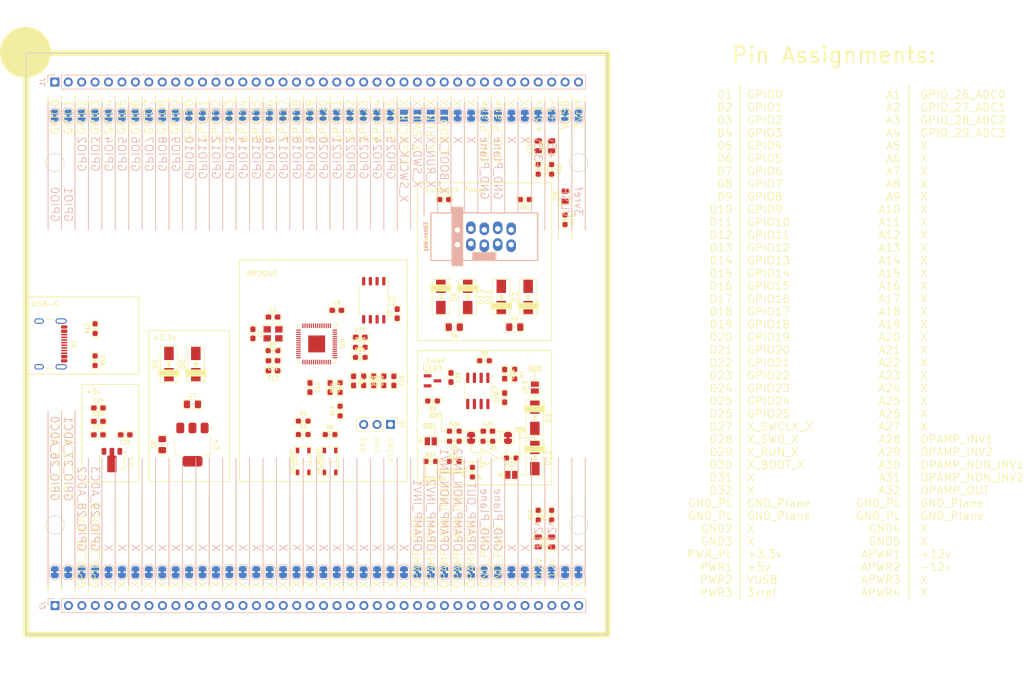
<source format=kicad_pcb>
(kicad_pcb (version 20240108) (generator "pcbnew") (generator_version "8.0")
  (title_block (company "Decapod Devices"))
  (layers (0 "F.Cu" signal) (31 "B.Cu" signal) (34 "B.Paste" user) (35 "F.Paste" user) (36 "B.SilkS" user "B.Silkscreen") (37 "F.SilkS" user "F.Silkscreen") (38 "B.Mask" user) (39 "F.Mask" user) (44 "Edge.Cuts" user))
  (property "A1" "GPIO_26_ADC0")
  (property "A10" "X")
  (property "A11" "X")
  (property "A12" "X")
  (property "A13" "X")
  (property "A14" "X")
  (property "A15" "X")
  (property "A16" "X")
  (property "A17" "X")
  (property "A18" "X")
  (property "A19" "X")
  (property "A2" "GPIO_27_ADC1")
  (property "A20" "X")
  (property "A21" "X")
  (property "A22" "X")
  (property "A23" "X")
  (property "A24" "X")
  (property "A25" "X")
  (property "A26" "X")
  (property "A27" "X")
  (property "A28" "OPAMP_INV1")
  (property "A29" "OPAMP_INV2")
  (property "A3" "GPIO_28_ADC2")
  (property "A30" "OPAMP_NON_INV1")
  (property "A31" "OPAMP_NON_INV2")
  (property "A32" "OPAMP_OUT")
  (property "A4" "GPIO_29_ADC3")
  (property "A5" "X")
  (property "A6" "X")
  (property "A7" "X")
  (property "A8" "X")
  (property "A9" "X")
  (property "APWR1" "+12v")
  (property "APWR2" "-12v")
  (property "APWR3" "X")
  (property "APWR4" "X")
  (property "D1" "GPIO0")
  (property "D10" "GPIO9")
  (property "D11" "GPIO10")
  (property "D12" "GPIO11")
  (property "D13" "GPIO12")
  (property "D14" "GPIO13")
  (property "D15" "GPIO14")
  (property "D16" "GPIO15")
  (property "D17" "GPIO16")
  (property "D18" "GPIO17")
  (property "D19" "GPIO18")
  (property "D2" "GPIO1")
  (property "D20" "GPIO19")
  (property "D21" "GPIO20")
  (property "D22" "GPIO21")
  (property "D23" "GPIO22")
  (property "D24" "GPIO23")
  (property "D25" "GPIO24")
  (property "D26" "GPIO25")
  (property "D27" "X_SWCLK_X")
  (property "D28" "X_SWD_X")
  (property "D29" "X_RUN_X")
  (property "D3" "GPIO2")
  (property "D30" "X_BOOT_X")
  (property "D31" "X")
  (property "D32" "X")
  (property "D4" "GPIO3")
  (property "D5" "GPIO4")
  (property "D6" "GPIO5")
  (property "D7" "GPIO6")
  (property "D8" "GPIO7")
  (property "D9" "GPIO8")
  (property "GND2" "X")
  (property "GND3" "X")
  (property "GND4" "X")
  (property "GND5" "X")
  (property "GND_PL1" "GND_Plane")
  (property "GND_PL2" "GND_Plane")
  (property "GND_PL3" "GND_Plane")
  (property "GND_PL4" "GND_Plane")
  (property "PWR1" "+5v")
  (property "PWR2" "VUSB")
  (property "PWR3" "3vref")
  (property "PWR_PL" "+3.3v")
  (net 0 "")
  (net 1 "D32")
  (net 2 "Net-(U5-XIN)")
  (net 3 "D10")
  (net 4 "D16")
  (net 5 "D7")
  (net 6 "D21")
  (net 7 "D5")
  (net 8 "D18")
  (net 9 "D14")
  (net 10 "GND3")
  (net 11 "D23")
  (net 12 "D19")
  (net 13 "D27")
  (net 14 "PWR1")
  (net 15 "GND_PLANE")
  (net 16 "D29")
  (net 17 "D31")
  (net 18 "D9")
  (net 19 "D3")
  (net 20 "D20")
  (net 21 "GND2")
  (net 22 "D1")
  (net 23 "D17")
  (net 24 "D8")
  (net 25 "D6")
  (net 26 "D22")
  (net 27 "D2")
  (net 28 "Net-(U101-K)")
  (net 29 "D4")
  (net 30 "D12")
  (net 31 "D24")
  (net 32 "D15")
  (net 33 "PWR2")
  (net 34 "D26")
  (net 35 "D25")
  (net 36 "D13")
  (net 37 "D11")
  (net 38 "D28")
  (net 39 "A27")
  (net 40 "A5")
  (net 41 "A17")
  (net 42 "A18")
  (net 43 "A19")
  (net 44 "A14")
  (net 45 "A4")
  (net 46 "GND4")
  (net 47 "A21")
  (net 48 "A3")
  (net 49 "A13")
  (net 50 "APWR1")
  (net 51 "A32")
  (net 52 "A16")
  (net 53 "A22")
  (net 54 "A6")
  (net 55 "A9")
  (net 56 "A30")
  (net 57 "APWR3")
  (net 58 "A23")
  (net 59 "A1")
  (net 60 "A24")
  (net 61 "A11")
  (net 62 "A10")
  (net 63 "A2")
  (net 64 "A7")
  (net 65 "A31")
  (net 66 "A26")
  (net 67 "GND5")
  (net 68 "A28")
  (net 69 "A8")
  (net 70 "A15")
  (net 71 "APWR4")
  (net 72 "A20")
  (net 73 "APWR2")
  (net 74 "A12")
  (net 75 "A29")
  (net 76 "A25")
  (net 77 "Net-(J1-Pin_32)")
  (net 78 "Net-(J1-Pin_37)")
  (net 79 "Net-(J1-Pin_10)")
  (net 80 "Net-(J1-Pin_16)")
  (net 81 "Net-(J1-Pin_7)")
  (net 82 "Net-(J1-Pin_21)")
  (net 83 "Net-(J1-Pin_5)")
  (net 84 "Net-(J1-Pin_18)")
  (net 85 "Net-(J1-Pin_14)")
  (net 86 "Net-(J1-Pin_36)")
  (net 87 "Net-(J1-Pin_23)")
  (net 88 "Net-(J1-Pin_19)")
  (net 89 "Net-(J1-Pin_27)")
  (net 90 "Net-(J1-Pin_38)")
  (net 91 "Net-(J1-Pin_34)")
  (net 92 "Net-(J1-Pin_29)")
  (net 93 "Net-(J1-Pin_31)")
  (net 94 "Net-(J1-Pin_33)")
  (net 95 "Net-(J1-Pin_9)")
  (net 96 "Net-(J1-Pin_3)")
  (net 97 "Net-(J1-Pin_20)")
  (net 98 "Net-(J1-Pin_35)")
  (net 99 "Net-(J1-Pin_1)")
  (net 100 "Net-(J1-Pin_17)")
  (net 101 "Net-(J1-Pin_8)")
  (net 102 "Net-(J1-Pin_6)")
  (net 103 "Net-(J1-Pin_22)")
  (net 104 "Net-(J1-Pin_2)")
  (net 105 "Net-(J1-Pin_40)")
  (net 106 "Net-(J1-Pin_4)")
  (net 107 "Net-(J1-Pin_12)")
  (net 108 "Net-(J1-Pin_24)")
  (net 109 "Net-(J1-Pin_15)")
  (net 110 "Net-(J1-Pin_39)")
  (net 111 "Net-(J1-Pin_26)")
  (net 112 "Net-(J1-Pin_25)")
  (net 113 "Net-(J1-Pin_30)")
  (net 114 "Net-(J1-Pin_13)")
  (net 115 "Net-(J1-Pin_11)")
  (net 116 "Net-(J1-Pin_28)")
  (net 117 "Net-(J2-Pin_27)")
  (net 118 "Net-(J2-Pin_33)")
  (net 119 "Net-(J2-Pin_5)")
  (net 120 "Net-(J2-Pin_17)")
  (net 121 "Net-(J2-Pin_18)")
  (net 122 "Net-(J2-Pin_19)")
  (net 123 "Net-(J2-Pin_14)")
  (net 124 "Net-(J2-Pin_4)")
  (net 125 "Net-(J2-Pin_35)")
  (net 126 "Net-(J2-Pin_21)")
  (net 127 "Net-(J2-Pin_3)")
  (net 128 "Net-(J2-Pin_13)")
  (net 129 "Net-(J2-Pin_37)")
  (net 130 "Net-(J2-Pin_32)")
  (net 131 "Net-(J2-Pin_16)")
  (net 132 "Net-(J2-Pin_22)")
  (net 133 "Net-(J2-Pin_6)")
  (net 134 "Net-(J2-Pin_9)")
  (net 135 "Net-(J2-Pin_30)")
  (net 136 "Net-(J2-Pin_39)")
  (net 137 "Net-(J2-Pin_23)")
  (net 138 "Net-(J2-Pin_1)")
  (net 139 "Net-(J2-Pin_24)")
  (net 140 "Net-(J2-Pin_11)")
  (net 141 "Net-(J2-Pin_10)")
  (net 142 "Net-(J2-Pin_2)")
  (net 143 "Net-(J2-Pin_7)")
  (net 144 "Net-(J2-Pin_31)")
  (net 145 "Net-(J2-Pin_26)")
  (net 146 "Net-(J2-Pin_36)")
  (net 147 "Net-(J2-Pin_28)")
  (net 148 "Net-(J2-Pin_8)")
  (net 149 "Net-(J2-Pin_15)")
  (net 150 "Net-(J2-Pin_40)")
  (net 151 "Net-(J2-Pin_20)")
  (net 152 "Net-(J2-Pin_38)")
  (net 153 "Net-(J2-Pin_34)")
  (net 154 "Net-(J2-Pin_12)")
  (net 155 "Net-(J2-Pin_29)")
  (net 156 "Net-(J2-Pin_25)")
  (net 157 "Net-(C2-Pad2)")
  (net 158 "IOVDD")
  (net 159 "Net-(U5-ADC_AVDD)")
  (net 160 "Net-(D5-K)")
  (net 161 "DVDD")
  (net 162 "QSPI_CS")
  (net 163 "Net-(D2-K)")
  (net 164 "Net-(U7A--)")
  (net 165 "Net-(D13-K)")
  (net 166 "Net-(D7-A)")
  (net 167 "Net-(D8-K)")
  (net 168 "Net-(D9-K)")
  (net 169 "Net-(D10-K)")
  (net 170 "Net-(FB1-Pad2)")
  (net 171 "Net-(FB2-Pad2)")
  (net 172 "USBD-")
  (net 173 "USBD+")
  (net 175 "Net-(J4-CC1)")
  (net 177 "Net-(J4-CC2)")
  (net 178 "Net-(D11-A)")
  (net 179 "BOOT")
  (net 180 "Net-(U5-XOUT)")
  (net 181 "Net-(JP1-B)")
  (net 182 "Net-(U5-USB_DP)")
  (net 183 "Net-(U5-USB_DM)")
  (net 184 "QSPI_SCLK")
  (net 185 "Net-(U2-IO2)")
  (net 186 "Net-(U2-IO3)")
  (net 187 "Net-(U2-DI(IO0))")
  (net 188 "Net-(JP201-B)")
  (net 189 "Net-(U2-DO(IO1))")
  (net 190 "3VREF")
  (net 191 "Net-(D1-K)")
  (net 192 "Net-(D12-A)")
  (net 193 "Net-(JP1-A)")
  (net 194 "Net-(JP201-A)")
  (net 195 "Net-(U7B-+)")
  (footprint "winterbloom:C_0603_HandSolder" (layer "F.Cu") (at 87.682 110.362)
    (property "Reference" "C21")
    (property "Value" "100n")
  )
  (footprint "winterbloom:R_0603_HandSolder" (layer "F.Cu") (at 160.707 96.347)
    (property "Reference" "R8")
    (property "Value" "47k")
  )
  (footprint "winterbloom:C_0805_HandSolder" (layer "F.Cu") (at 154.992 89.997 180)
    (property "Reference" "C6")
    (property "Value" "10u")
  )
  (footprint "LED_SMD:LED_0805_2012Metric" (layer "F.Cu") (at 173.407 130.637 90)
    (property "Reference" "D7")
    (property "Value" "-12v")
  )
  (footprint "Jumper:SolderJumper-2_P1.3mm_Bridged_RoundedPad1.0x1.5mm" (layer "F.Cu") (at 165.152 110.952 90)
    (property "Reference" "JP201")
    (property "Value" "Jumper_Closed")
  )
  (footprint "winterbloom:R_0603_HandSolder" (layer "F.Cu") (at 120.702 94.442)
    (property "Reference" "R1")
    (property "Value" "1k")
  )
  (footprint "Package_SO:SOIC-8_5.23x5.23mm_P1.27mm" (layer "F.Cu") (at 139.752 84.917 -90)
    (property "Reference" "U2")
    (property "Value" "W25Q128JVS")
  )
  (footprint "winterbloom:Tactile_Switch_4.2mm" (layer "F.Cu") (at 131.497 115.397 90)
    (property "Reference" "SW2" (hide yes))
    (property "Value" "SW_RESET")
  )
  (footprint "winterbloom:R_0603_HandSolder" (layer "F.Cu") (at 133.402 101.427 90)
    (property "Reference" "R14")
    (property "Value" "1R")
  )
  (footprint "winterbloom:R_0603_HandSolder" (layer "F.Cu") (at 165.787 114.762)
    (property "Reference" "R23")
    (property "Value" "DNP")
  )
  (footprint "winterbloom:C_0603_HandSolder" (layer "F.Cu") (at 131.497 101.427 -90)
    (property "Reference" "C13")
    (property "Value" "100n")
  )
  (footprint "winterbloom:C_0603_HandSolder" (layer "F.Cu") (at 164.517 98.887 -90)
    (property "Reference" "C22")
    (property "Value" "100n")
  )
  (footprint "Jumper:SolderJumper-2_P1.3mm_Open_Pad1.0x1.5mm" (layer "F.Cu") (at 150.547 111.587)
    (property "Reference" "JP2")
    (property "Value" "SolderJumper_2_Open")
  )
  (footprint "winterbloom:C_0603_HandSolder" (layer "F.Cu") (at 137.212 91.902)
    (property "Reference" "C14")
    (property "Value" "100n")
  )
  (footprint "winterbloom:C_0603_HandSolder" (layer "F.Cu") (at 143.562 100.157 -90)
    (property "Reference" "C15")
    (property "Value" "100n")
  )
  (footprint "winterbloom:C_0603_HandSolder" (layer "F.Cu") (at 92.762 110.362 180)
    (property "Reference" "C20")
    (property "Value" "100n")
  )
  (footprint "winterbloom:C_0603_HandSolder" (layer "F.Cu") (at 164.517 103.332 90)
    (property "Reference" "C19")
    (property "Value" "100n")
  )
  (footprint "Package_TO_SOT_SMD:SOT-23" (layer "F.Cu") (at 150.8795 100.157)
    (property "Reference" "U101")
    (property "Value" "TL431A")
  )
  (footprint "winterbloom:C_0603_HandSolder" (layer "F.Cu") (at 120.702 96.347 180)
    (property "Reference" "C11")
    (property "Value" "100n")
  )
  (footprint "winterbloom:R_0603_HandSolder" (layer "F.Cu") (at 154.992 111.587)
    (property "Reference" "R5")
    (property "Value" "DNP")
  )
  (footprint "winterbloom:R_0603_HandSolder" (layer "F.Cu") (at 154.992 109.682)
    (property "Reference" "R26")
    (property "Value" "DNP")
  )
  (footprint "winterbloom:C_0603_HandSolder" (layer "F.Cu") (at 154.357 99.522 -90)
    (property "Reference" "C25")
    (property "Value" "100n")
  )
  (footprint "winterbloom:D_SMA" (layer "F.Cu") (at 152.452 84.282 -90)
    (property "Reference" "D4")
    (property "Value" "D_Schottky")
  )
  (footprint "winterbloom:L_0603_HandSolder" (layer "F.Cu") (at 168.327 65.867 180)
    (property "Reference" "FB1")
    (property "Value" "1k @ 100MHz")
  )
  (footprint "Package_SO:SOIC-8_3.9x4.9mm_P1.27mm" (layer "F.Cu") (at 159.437 102.062 -90)
    (property "Reference" "U7")
    (property "Value" "TL072")
  )
  (footprint "winterbloom:D_SMA" (layer "F.Cu") (at 157.532 84.282 -90)
    (property "Reference" "D13")
    (property "Value" "D_Schottky")
  )
  (footprint "winterbloom:R_0603_HandSolder" (layer "F.Cu") (at 161.342 111.587)
    (property "Reference" "R2")
    (property "Value" "DNP")
  )
  (footprint "winterbloom:Tactile_Switch_4.2mm" (layer "F.Cu") (at 126.417 115.397 90)
    (property "Reference" "SW1" (hide yes))
    (property "Value" "SW_BOOT")
  )
  (footprint "winterbloom:R_0603_HandSolder" (layer "F.Cu") (at 150.547 115.397)
    (property "Reference" "R24")
    (property "Value" "DNP")
  )
  (footprint "winterbloom:R_0603_HandSolder" (layer "F.Cu") (at 170.867 125.557 90)
    (property "Reference" "R16")
    (property "Value" "3.3k")
  )
  (footprint "winterbloom:L_0603_HandSolder" (layer "F.Cu") (at 153.087 65.867)
    (property "Reference" "FB2")
    (property "Value" "1k @ 100MHz")
  )
  (footprint "Jumper:SolderJumper-2_P1.3mm_Open_Pad1.0x1.5mm" (layer "F.Cu") (at 165.772 117.937)
    (property "Reference" "JP4")
    (property "Value" "SolderJumper_2_Open")
  )
  (footprint "Jumper:SolderJumper-2_P1.3mm_Bridged_RoundedPad1.0x1.5mm" (layer "F.Cu") (at 158.167 110.952 90)
    (property "Reference" "JP1")
    (property "Value" "Jumper_Closed")
  )
  (footprint "Jumper:SolderJumper-2_P1.3mm_Open_Pad1.0x1.5mm" (layer "F.Cu") (at 170.232 101.427 90)
    (property "Reference" "JP3")
    (property "Value" "SolderJumper_2_Open")
  )
  (footprint "winterbloom:C_0603_HandSolder" (layer "F.Cu") (at 139.752 100.157 -90)
    (property "Reference" "C16")
    (property "Value" "100n")
  )
  (footprint "Package_TO_SOT_SMD:SOT-223-3_TabPin2" (layer "F.Cu") (at 105.462 112.222 -90)
    (property "Reference" "U4")
    (property "Value" "AMS1117-3.3")
  )
  (footprint "winterbloom:C_0603_HandSolder" (layer "F.Cu") (at 132.767 86.822)
    (property "Reference" "C9")
    (property "Value" "100n")
  )
  (footprint "winterbloom:R_0603_HandSolder" (layer "F.Cu") (at 154.992 115.397)
    (property "Reference" "R21")
    (property "Value" "DNP")
  )
  (footprint "winterbloom:R_0603_HandSolder" (layer "F.Cu") (at 173.407 60.152 -90)
    (property "Reference" "R18")
    (property "Value" "1k")
  )
  (footprint "winterbloom:R_0603_HandSolder" (layer "F.Cu") (at 126.417 110.317)
    (property "Reference" "R4")
    (property "Value" "10k")
  )
  (footprint "winterbloom:D_SMA" (layer "F.Cu") (at 168.962 84.282 90)
    (property "Reference" "D3")
    (property "Value" "D_Schottky")
  )
  (footprint "winterbloom:R_0603_HandSolder" (layer "F.Cu") (at 137.212 95.712)
    (property "Reference" "R11")
    (property "Value" "27R")
  )
  (footprint "winterbloom:C_0603_HandSolder" (layer "F.Cu") (at 87.682 105.282)
    (property "Reference" "C24")
    (property "Value" "100n")
  )
  (footprint "winterbloom:R_0603_HandSolder" (layer "F.Cu") (at 137.212 93.807)
    (property "Reference" "R10")
    (property "Value" "27R")
  )
  (footprint "winterbloom:D_SMA" (layer "F.Cu") (at 170.232 107.142 -90)
    (property "Reference" "D1")
    (property "Value" "D_Schottky")
  )
  (footprint "winterbloom:D_SMA" (layer "F.Cu") (at 101.017 96.982 90)
    (property "Reference" "D5")
    (property "Value" "D_Schottky")
  )
  (footprint "winterbloom:D_SMA" (layer "F.Cu") (at 163.882 84.282 90)
    (property "Reference" "D11")
    (property "Value" "D_Schottky")
  )
  (footprint "winterbloom:R_0603_HandSolder" (layer "F.Cu") (at 170.867 60.152 -90)
    (property "Reference" "R20")
    (property "Value" "470R")
  )
  (footprint "winterbloom:R_0603_HandSolder" (layer "F.Cu") (at 87.047 96.347 -90)
    (property "Reference" "R13")
    (property "Value" "5k1")
  )
  (footprint "winterbloom:C_0805_HandSolder" (layer "F.Cu") (at 99.747 112.222 90)
    (property "Reference" "C8")
    (property "Value" "22u")
  )
  (footprint "winterbloom:C_0603_HandSolder" (layer "F.Cu") (at 127.687 101.427 -90)
    (property "Reference" "C12")
    (property "Value" "100n")
  )
  (footprint "Package_TO_SOT_SMD:SOT-89-3" (layer "F.Cu") (at 90.222 115.442 -90)
    (property "Reference" "U1")
    (property "Value" "78L05_SOT89")
  )
  (footprint "LED_SMD:LED_0805_2012Metric" (layer "F.Cu") (at 170.867 130.637 -90)
    (property "Reference" "D2")
    (property "Value" "12v")
  )
  (footprint "Package_DFN_QFN:QFN-56-1EP_7x7mm_P0.4mm_EP3.2x3.2mm" (layer "F.Cu") (at 128.957 93.172 -90)
    (property "Reference" "U5")
    (property "Value" "RP2040")
  )
  (footprint "winterbloom:C_0603_HandSolder" (layer "F.Cu") (at 137.847 100.157 -90)
    (property "Reference" "C10")
    (property "Value" "2.2u")
  )
  (footprint "Crystal:Crystal_SMD_Abracon_ABM8G-4Pin_3.2x2.5mm" (layer "F.Cu") (at 120.702 91.267 180)
    (property "Reference" "Y1")
    (property "Value" "Crystal_12MHz_4Pin")
  )
  (footprint "winterbloom:C_0603_HandSolder" (layer "F.Cu") (at 116.892 91.267 -90)
    (property "Reference" "C2")
    (property "Value" "15p")
  )
  (footprint "winterbloom:R_0603_HandSolder" (layer "F.Cu") (at 133.402 105.872 90)
    (property "Reference" "R15")
    (property "Value" "200R")
  )
  (footprint "winterbloom:R_0603_HandSolder" (layer "F.Cu") (at 173.407 125.557 90)
    (property "Reference" "R17")
    (property "Value" "3.3k")
  )
  (footprint "winterbloom:C_0603_HandSolder" (layer "F.Cu") (at 144.197 87.457 90)
    (property "Reference" "C3")
    (property "Value" "100n")
  )
  (footprint "winterbloom:C_0603_HandSolder" (layer "F.Cu") (at 120.702 88.092)
    (property "Reference" "C1")
    (property "Value" "15p")
  )
  (footprint "winterbloom:C_0603_HandSolder" (layer "F.Cu") (at 87.682 107.822)
    (property "Reference" "C23")
    (property "Value" "100n")
  )
  (footprint "winterbloom:C_0603_HandSolder" (layer "F.Cu") (at 120.702 98.252 180)
    (property "Reference" "C17")
    (property "Value" "100n")
  )
  (footprint "winterbloom:C_0603_HandSolder" (layer "F.Cu") (at 141.657 100.157 90)
    (property "Reference" "C18")
    (property "Value" "2.2u")
  )
  (footprint "LED_SMD:LED_0805_2012Metric" (layer "F.Cu") (at 170.867 55.707 90)
    (property "Reference" "D10")
    (property "Value" "3.3v")
  )
  (footprint "winterbloom:R_0603_HandSolder" (layer "F.Cu") (at 131.497 110.317)
    (property "Reference" "R6")
    (property "Value" "10k")
  )
  (footprint "winterbloom:R_0603_HandSolder" (layer "F.Cu") (at 166.422 98.887 -90)
    (property "Reference" "R7")
    (property "Value" "10k")
  )
  (footprint "winterbloom:R_0603_HandSolder" (layer "F.Cu") (at 87.047 90.2745 90)
    (property "Reference" "R12")
    (property "Value" "5k1")
  )
  (footprint "winterbloom:R_0603_HandSolder" (layer "F.Cu") (at 126.417 107.777)
    (property "Reference" "R3")
    (property "Value" "1k")
  )
  (footprint "winterbloom:C_0603_HandSolder" (layer "F.Cu") (at 161.342 109.682)
    (property "Reference" "C26")
    (property "Value" "DNP")
  )
  (footprint "winterbloom:R_0603_HandSolder" (layer "F.Cu") (at 158.421 117.429 90)
    (property "Reference" "R22")
    (property "Value" "DNP")
  )
  (footprint "winterbloom:C_0805_HandSolder" (layer "F.Cu") (at 105.462 104.602)
    (property "Reference" "C7")
    (property "Value" "10u")
  )
  (footprint "LED_SMD:LED_0805_2012Metric" (layer "F.Cu") (at 175.947 65.232 90)
    (property "Reference" "D9")
    (property "Value" "USB")
  )
  (footprint "winterbloom:Eurorack_Power_2x5_Shrouded_Lock_LongPads" (layer "F.Cu") (at 155.587 74.294025)
    (property "Reference" "J3" (hide yes))
    (property "Value" "Power" (hide yes))
  )
  (footprint "winterbloom:D_SMA" (layer "F.Cu") (at 106.097 96.982 90)
    (property "Reference" "D6")
    (property "Value" "D_Schottky")
  )
  (footprint "winterbloom:C_0603_HandSolder" (layer "F.Cu") (at 135.942 100.157 -90)
    (property "Reference" "C4")
    (property "Value" "2.2u")
  )
  (footprint "winterbloom:R_0603_HandSolder" (layer "F.Cu") (at 150.8795 103.967 180)
    (property "Reference" "R9")
    (property "Value" "1k")
  )
  (footprint "Connector_USB:USB_C_Receptacle_GCT_USB4105-xx-A_16P_TopMnt_Horizontal" (layer "F.Cu") (at 77.522 93.172 -90)
    (property "Reference" "J4")
    (property "Value" "USB C/USB 2.0")
  )
  (footprint "winterbloom:C_0805_HandSolder" (layer "F.Cu") (at 166.422 89.997)
    (property "Reference" "C5")
    (property "Value" "10u")
  )
  (footprint "winterbloom:D_SMA" (layer "F.Cu") (at 170.232 114.762 -90)
    (property "Reference" "D12")
    (property "Value" "D_Schottky")
  )
  (footprint "Connector_PinHeader_2.54mm:PinHeader_1x03_P2.54mm_Vertical" (layer "F.Cu") (at 142.927 108.412 -90)
    (property "Reference" "J5")
    (property "Value" "Conn_01x03_Pin")
  )
  (footprint "LED_SMD:LED_0805_2012Metric" (layer "F.Cu") (at 173.407 55.707 90)
    (property "Reference" "D8")
    (property "Value" "5v")
  )
  (footprint "winterbloom:R_0603_HandSolder" (layer "F.Cu") (at 175.947 69.677 -90)
    (property "Reference" "R19")
    (property "Value" "1k")
  )
  (footprint "Jumper:SolderJumper-2_P1.3mm_Bridged_RoundedPad1.0x1.5mm" (layer "B.Cu") (at 94.667 49.962 -90)
    (property "Reference" "JP107")
    (property "Value" "~")
  )
  (footprint "Jumper:SolderJumper-2_P1.3mm_Bridged_RoundedPad1.0x1.5mm" (layer "B.Cu") (at 178.487 49.977 -90)
    (property "Reference" "JP140")
    (property "Value" "~")
  )
  (footprint "Jumper:SolderJumper-2_P1.3mm_Bridged_RoundedPad1.0x1.5mm" (layer "B.Cu") (at 163.247 136.352 -90)
    (property "Reference" "JP174")
    (property "Value" "~")
  )
  (footprint "Jumper:SolderJumper-2_P1.3mm_Bridged_RoundedPad1.0x1.5mm" (layer "B.Cu") (at 155.627 136.352 -90)
    (property "Reference" "JP171")
    (property "Value" "~")
  )
  (footprint "Jumper:SolderJumper-2_P1.3mm_Bridged_RoundedPad1.0x1.5mm" (layer "B.Cu") (at 165.787 136.352 -90)
    (property "Reference" "JP175")
    (property "Value" "~")
  )
  (footprint "Jumper:SolderJumper-2_P1.3mm_Bridged_RoundedPad1.0x1.5mm" (layer "B.Cu") (at 120.067 49.962 90)
    (property "Reference" "JP117")
    (property "Value" "~")
  )
  (footprint "Jumper:SolderJumper-2_P1.3mm_Bridged_RoundedPad1.0x1.5mm" (layer "B.Cu") (at 104.827 49.992 -90)
    (property "Reference" "JP111")
    (property "Value" "~")
  )
  (footprint "Jumper:SolderJumper-2_P1.3mm_Bridged_RoundedPad1.0x1.5mm" (layer "B.Cu") (at 163.247 49.992 -90)
    (property "Reference" "JP134")
    (property "Value" "~")
  )
  (footprint "Jumper:SolderJumper-2_P1.3mm_Bridged_RoundedPad1.0x1.5mm" (layer "B.Cu") (at 79.412 49.977 -90)
    (property "Reference" "JP101")
    (property "Value" "~")
  )
  (footprint "Jumper:SolderJumper-2_P1.3mm_Bridged_RoundedPad1.0x1.5mm" (layer "B.Cu") (at 158.167 49.992 -90)
    (property "Reference" "JP132")
    (property "Value" "~")
  )
  (footprint "Jumper:SolderJumper-2_P1.3mm_Open_Pad1.0x1.5mm" (layer "B.Cu") (at 145.467 49.992 -90)
    (property "Reference" "JP127")
    (property "Value" "SolderJumper_2_Open")
  )
  (footprint "Jumper:SolderJumper-2_P1.3mm_Bridged_RoundedPad1.0x1.5mm" (layer "B.Cu") (at 142.927 49.992 -90)
    (property "Reference" "JP126")
    (property "Value" "~")
  )
  (footprint "Jumper:SolderJumper-2_P1.3mm_Bridged_RoundedPad1.0x1.5mm" (layer "B.Cu") (at 120.067 136.337 -90)
    (property "Reference" "JP157")
    (property "Value" "~")
  )
  (footprint "Jumper:SolderJumper-2_P1.3mm_Bridged_RoundedPad1.0x1.5mm" (layer "B.Cu") (at 135.307 49.992 -90)
    (property "Reference" "JP123")
    (property "Value" "~")
  )
  (footprint "Jumper:SolderJumper-2_P1.3mm_Bridged_RoundedPad1.0x1.5mm" (layer "B.Cu") (at 160.707 136.367 -90)
    (property "Reference" "JP173")
    (property "Value" "~")
  )
  (footprint "Jumper:SolderJumper-2_P1.3mm_Bridged_RoundedPad1.0x1.5mm" (layer "B.Cu") (at 87.047 49.962 -90)
    (property "Reference" "JP104")
    (property "Value" "~")
  )
  (footprint "Jumper:SolderJumper-2_P1.3mm_Bridged_RoundedPad1.0x1.5mm" (layer "B.Cu") (at 92.127 49.962 90)
    (property "Reference" "JP106")
    (property "Value" "~")
  )
  (footprint "Jumper:SolderJumper-2_P1.3mm_Bridged_RoundedPad1.0x1.5mm" (layer "B.Cu") (at 89.587 49.977 90)
    (property "Reference" "JP105")
    (property "Value" "~")
  )
  (footprint "Jumper:SolderJumper-2_P1.3mm_Bridged_RoundedPad1.0x1.5mm" (layer "B.Cu") (at 114.987 136.337 -90)
    (property "Reference" "JP155")
    (property "Value" "~")
  )
  (footprint "Jumper:SolderJumper-2_P1.3mm_Open_Pad1.0x1.5mm" (layer "B.Cu") (at 150.547 49.992 -90)
    (property "Reference" "JP129")
    (property "Value" "SolderJumper_2_Open")
  )
  (footprint "Jumper:SolderJumper-2_P1.3mm_Bridged_RoundedPad1.0x1.5mm" (layer "B.Cu") (at 87.047 136.352 -90)
    (property "Reference" "JP144")
    (property "Value" "~")
  )
  (footprint "Jumper:SolderJumper-2_P1.3mm_Bridged_RoundedPad1.0x1.5mm" (layer "B.Cu") (at 112.447 136.337 -90)
    (property "Reference" "JP154")
    (property "Value" "~")
  )
  (footprint "Jumper:SolderJumper-2_P1.3mm_Bridged_RoundedPad1.0x1.5mm" (layer "B.Cu") (at 137.847 49.992 -90)
    (property "Reference" "JP124")
    (property "Value" "~")
  )
  (footprint "Jumper:SolderJumper-2_P1.3mm_Bridged_RoundedPad1.0x1.5mm" (layer "B.Cu") (at 99.747 49.962 -90)
    (property "Reference" "JP109")
    (property "Value" "~")
  )
  (footprint "Jumper:SolderJumper-2_P1.3mm_Bridged_RoundedPad1.0x1.5mm" (layer "B.Cu") (at 84.507 136.352 -90)
    (property "Reference" "JP143")
    (property "Value" "~")
  )
  (footprint "Jumper:SolderJumper-2_P1.3mm_Bridged_RoundedPad1.0x1.5mm" (layer "B.Cu") (at 114.987 49.977 -90)
    (property "Reference" "JP115")
    (property "Value" "~")
  )
  (footprint "Jumper:SolderJumper-2_P1.3mm_Bridged_RoundedPad1.0x1.5mm" (layer "B.Cu") (at 99.747 136.367 -90)
    (property "Reference" "JP149")
    (property "Value" "~")
  )
  (footprint "Jumper:SolderJumper-2_P1.3mm_Bridged_RoundedPad1.0x1.5mm" (layer "B.Cu") (at 117.527 49.977 -90)
    (property "Reference" "JP116")
    (property "Value" "~")
  )
  (footprint "Connector_PinHeader_2.54mm:PinHeader_1x40_P2.54mm_Vertical" (layer "B.Cu") (at 79.427 43.642 -90)
    (property "Reference" "J1")
    (property "Value" "Conn_01x40")
  )
  (footprint "Jumper:SolderJumper-2_P1.3mm_Open_Pad1.0x1.5mm" (layer "B.Cu") (at 153.087 49.977 -90)
    (property "Reference" "JP130")
    (property "Value" "SolderJumper_2_Open")
  )
  (footprint "Jumper:SolderJumper-2_P1.3mm_Bridged_RoundedPad1.0x1.5mm" (layer "B.Cu") (at 132.767 49.977 -90)
    (property "Reference" "JP122")
    (property "Value" "~")
  )
  (footprint "Jumper:SolderJumper-2_P1.3mm_Bridged_RoundedPad1.0x1.5mm" (layer "B.Cu") (at 142.927 136.352 -90)
    (property "Reference" "JP166")
    (property "Value" "~")
  )
  (footprint "Jumper:SolderJumper-2_P1.3mm_Bridged_RoundedPad1.0x1.5mm" (layer "B.Cu") (at 160.707 49.992 -90)
    (property "Reference" "JP133")
    (property "Value" "~")
  )
  (footprint "Jumper:SolderJumper-2_P1.3mm_Bridged_RoundedPad1.0x1.5mm" (layer "B.Cu") (at 117.527 136.337 -90)
    (property "Reference" "JP156")
    (property "Value" "~")
  )
  (footprint "Jumper:SolderJumper-2_P1.3mm_Bridged_RoundedPad1.0x1.5mm" (layer "B.Cu") (at 148.007 136.352 -90)
    (property "Reference" "JP168")
    (property "Value" "~")
  )
  (footprint "Jumper:SolderJumper-2_P1.3mm_Bridged_RoundedPad1.0x1.5mm" (layer "B.Cu") (at 130.227 49.962 -90)
    (property "Reference" "JP121")
    (property "Value" "~")
  )
  (footprint "Jumper:SolderJumper-2_P1.3mm_Bridged_RoundedPad1.0x1.5mm" (layer "B.Cu") (at 97.207 49.962 90)
    (property "Reference" "JP108")
    (property "Value" "~")
  )
  (footprint "Jumper:SolderJumper-2_P1.3mm_Bridged_RoundedPad1.0x1.5mm" (layer "B.Cu") (at 104.827 136.367 -90)
    (property "Reference" "JP151")
    (property "Value" "~")
  )
  (footprint "Jumper:SolderJumper-2_P1.3mm_Bridged_RoundedPad1.0x1.5mm" (layer "B.Cu") (at 150.547 136.352 -90)
    (property "Reference" "JP169")
    (property "Value" "~")
  )
  (footprint "Jumper:SolderJumper-2_P1.3mm_Bridged_RoundedPad1.0x1.5mm" (layer "B.Cu") (at 140.387 136.352 -90)
    (property "Reference" "JP165")
    (property "Value" "~")
  )
  (footprint "Jumper:SolderJumper-2_P1.3mm_Bridged_RoundedPad1.0x1.5mm" (layer "B.Cu") (at 122.607 136.337 -90)
    (property "Reference" "JP158")
    (property "Value" "~")
  )
  (footprint "Jumper:SolderJumper-2_P1.3mm_Bridged_RoundedPad1.0x1.5mm" (layer "B.Cu") (at 122.607 49.992 -90)
    (property "Reference" "JP118")
    (property "Value" "~")
  )
  (footprint "Jumper:SolderJumper-2_P1.3mm_Bridged_RoundedPad1.0x1.5mm" (layer "B.Cu") (at 158.167 136.367 -90)
    (property "Reference" "JP172")
    (property "Value" "~")
  )
  (footprint "Jumper:SolderJumper-2_P1.3mm_Bridged_RoundedPad1.0x1.5mm" (layer "B.Cu") (at 175.947 136.352 -90)
    (property "Reference" "JP179")
    (property "Value" "~")
  )
  (footprint "Jumper:SolderJumper-2_P1.3mm_Bridged_RoundedPad1.0x1.5mm" (layer "B.Cu") (at 81.967 49.977 -90)
    (property "Reference" "JP102")
    (property "Value" "~")
  )
  (footprint "Jumper:SolderJumper-2_P1.3mm_Bridged_RoundedPad1.0x1.5mm" (layer "B.Cu") (at 125.147 136.352 -90)
    (property "Reference" "JP159")
    (property "Value" "~")
  )
  (footprint "Jumper:SolderJumper-2_P1.3mm_Bridged_RoundedPad1.0x1.5mm" (layer "B.Cu") (at 155.627 49.977 -90)
    (property "Reference" "JP131")
    (property "Value" "~")
  )
  (footprint "Jumper:SolderJumper-2_P1.3mm_Bridged_RoundedPad1.0x1.5mm" (layer "B.Cu") (at 145.467 136.352 -90)
    (property "Reference" "JP167")
    (property "Value" "~")
  )
  (footprint "Jumper:SolderJumper-2_P1.3mm_Bridged_RoundedPad1.0x1.5mm" (layer "B.Cu") (at 173.407 49.992 -90)
    (property "Reference" "JP138")
    (property "Value" "~")
  )
  (footprint "Jumper:SolderJumper-2_P1.3mm_Bridged_RoundedPad1.0x1.5mm" (layer "B.Cu") (at 94.667 136.367 -90)
    (property "Reference" "JP147")
    (property "Value" "~")
  )
  (footprint "Jumper:SolderJumper-2_P1.3mm_Bridged_RoundedPad1.0x1.5mm" (layer "B.Cu") (at 127.687 49.992 -90)
    (property "Reference" "JP120")
    (property "Value" "~")
  )
  (footprint "Jumper:SolderJumper-2_P1.3mm_Bridged_RoundedPad1.0x1.5mm" (layer "B.Cu") (at 170.867 136.352 -90)
    (property "Reference" "JP177")
    (property "Value" "~")
  )
  (footprint "Jumper:SolderJumper-2_P1.3mm_Bridged_RoundedPad1.0x1.5mm" (layer "B.Cu") (at 102.287 136.367 -90)
    (property "Reference" "JP150")
    (property "Value" "~")
  )
  (footprint "Jumper:SolderJumper-2_P1.3mm_Bridged_RoundedPad1.0x1.5mm" (layer "B.Cu") (at 175.947 49.992 -90)
    (property "Reference" "JP139")
    (property "Value" "~")
  )
  (footprint "Jumper:SolderJumper-2_P1.3mm_Bridged_RoundedPad1.0x1.5mm" (layer "B.Cu") (at 112.447 49.992 -90)
    (property "Reference" "JP114")
    (property "Value" "~")
  )
  (footprint "Jumper:SolderJumper-2_P1.3mm_Open_Pad1.0x1.5mm" (layer "B.Cu") (at 148.007 49.992 -90)
    (property "Reference" "JP128")
    (property "Value" "SolderJumper_2_Open")
  )
  (footprint "Jumper:SolderJumper-2_P1.3mm_Bridged_RoundedPad1.0x1.5mm" (layer "B.Cu") (at 92.127 136.352 -90)
    (property "Reference" "JP146")
    (property "Value" "~")
  )
  (footprint "Jumper:SolderJumper-2_P1.3mm_Bridged_RoundedPad1.0x1.5mm" (layer "B.Cu") (at 170.867 49.992 -90)
    (property "Reference" "JP137")
    (property "Value" "~")
  )
  (footprint "Jumper:SolderJumper-2_P1.3mm_Bridged_RoundedPad1.0x1.5mm" (layer "B.Cu") (at 102.287 49.977 90)
    (property "Reference" "JP110")
    (property "Value" "~")
  )
  (footprint "Jumper:SolderJumper-2_P1.3mm_Bridged_RoundedPad1.0x1.5mm" (layer "B.Cu") (at 89.587 136.367 -90)
    (property "Reference" "JP145")
    (property "Value" "~")
  )
  (footprint "Jumper:SolderJumper-2_P1.3mm_Bridged_RoundedPad1.0x1.5mm" (layer "B.Cu") (at 81.967 136.367 -90)
    (property "Reference" "JP142")
    (property "Value" "~")
  )
  (footprint "Jumper:SolderJumper-2_P1.3mm_Bridged_RoundedPad1.0x1.5mm" (layer "B.Cu") (at 168.327 136.367 -90)
    (property "Reference" "JP176")
    (property "Value" "~")
  )
  (footprint "Jumper:SolderJumper-2_P1.3mm_Bridged_RoundedPad1.0x1.5mm" (layer "B.Cu") (at 79.427 136.352 -90)
    (property "Reference" "JP141")
    (property "Value" "~")
  )
  (footprint "Jumper:SolderJumper-2_P1.3mm_Bridged_RoundedPad1.0x1.5mm" (layer "B.Cu") (at 109.907 49.962 -90)
    (property "Reference" "JP113")
    (property "Value" "~")
  )
  (footprint "Jumper:SolderJumper-2_P1.3mm_Bridged_RoundedPad1.0x1.5mm" (layer "B.Cu") (at 165.787 49.992 -90)
    (property "Reference" "JP135")
    (property "Value" "~")
  )
  (footprint "Jumper:SolderJumper-2_P1.3mm_Bridged_RoundedPad1.0x1.5mm" (layer "B.Cu") (at 130.227 136.352 -90)
    (property "Reference" "JP161")
    (property "Value" "~")
  )
  (footprint "Jumper:SolderJumper-2_P1.3mm_Bridged_RoundedPad1.0x1.5mm" (layer "B.Cu") (at 125.147 49.992 -90)
    (property "Reference" "JP119")
    (property "Value" "~")
  )
  (footprint "Jumper:SolderJumper-2_P1.3mm_Bridged_RoundedPad1.0x1.5mm" (layer "B.Cu") (at 168.327 49.992 -90)
    (property "Reference" "JP136")
    (property "Value" "~")
  )
  (footprint "Jumper:SolderJumper-2_P1.3mm_Bridged_RoundedPad1.0x1.5mm" (layer "B.Cu") (at 173.407 136.367 -90)
    (property "Reference" "JP178")
    (property "Value" "~")
  )
  (footprint "Jumper:SolderJumper-2_P1.3mm_Bridged_RoundedPad1.0x1.5mm" (layer "B.Cu") (at 109.907 136.367 -90)
    (property "Reference" "JP153")
    (property "Value" "~")
  )
  (footprint "Jumper:SolderJumper-2_P1.3mm_Bridged_RoundedPad1.0x1.5mm" (layer "B.Cu") (at 84.507 49.977 -90)
    (property "Reference" "JP103")
    (property "Value" "~")
  )
  (footprint "Jumper:SolderJumper-2_P1.3mm_Bridged_RoundedPad1.0x1.5mm" (layer "B.Cu") (at 127.687 136.337 -90)
    (property "Reference" "JP160")
    (property "Value" "~")
  )
  (footprint "Jumper:SolderJumper-2_P1.3mm_Bridged_RoundedPad1.0x1.5mm" (layer "B.Cu") (at 135.307 136.352 -90)
    (property "Reference" "JP163")
    (property "Value" "~")
  )
  (footprint "Jumper:SolderJumper-2_P1.3mm_Bridged_RoundedPad1.0x1.5mm" (layer "B.Cu") (at 140.387 49.977 -90)
    (property "Reference" "JP125")
    (property "Value" "~")
  )
  (footprint "Jumper:SolderJumper-2_P1.3mm_Bridged_RoundedPad1.0x1.5mm" (layer "B.Cu") (at 97.207 136.352 -90)
    (property "Reference" "JP148")
    (property "Value" "~")
  )
  (footprint "Jumper:SolderJumper-2_P1.3mm_Bridged_RoundedPad1.0x1.5mm" (layer "B.Cu") (at 107.367 136.352 -90)
    (property "Reference" "JP152")
    (property "Value" "~")
  )
  (footprint "Jumper:SolderJumper-2_P1.3mm_Bridged_RoundedPad1.0x1.5mm" (layer "B.Cu") (at 153.087 136.367 -90)
    (property "Reference" "JP170")
    (property "Value" "~")
  )
  (footprint "Jumper:SolderJumper-2_P1.3mm_Bridged_RoundedPad1.0x1.5mm" (layer "B.Cu") (at 107.367 49.992 -90)
    (property "Reference" "JP112")
    (property "Value" "~")
  )
  (footprint "Jumper:SolderJumper-2_P1.3mm_Bridged_RoundedPad1.0x1.5mm" (layer "B.Cu") (at 178.487 136.367 -90)
    (property "Reference" "JP180")
    (property "Value" "~")
  )
  (footprint "Connector_PinHeader_2.54mm:PinHeader_1x40_P2.54mm_Vertical" (layer "B.Cu") (at 79.465 142.667 -90)
    (property "Reference" "J2")
    (property "Value" "Conn_01x40")
  )
  (footprint "Jumper:SolderJumper-2_P1.3mm_Bridged_RoundedPad1.0x1.5mm" (layer "B.Cu") (at 137.847 136.367 -90)
    (property "Reference" "JP164")
    (property "Value" "~")
  )
  (footprint "Jumper:SolderJumper-2_P1.3mm_Bridged_RoundedPad1.0x1.5mm" (layer "B.Cu") (at 132.767 136.352 -90)
    (property "Reference" "JP162")
    (property "Value" "~")
  )
  (gr_line (start 126.417 47.452) (end 126.417 71.582) (stroke (width 0.15)) (layer "B.SilkS"))
  (gr_line (start 103.557 47.452) (end 103.557 71.582) (stroke (width 0.15)) (layer "B.SilkS"))
  (gr_line (start 134.037 47.452) (end 134.037 71.582) (stroke (width 0.15)) (layer "B.SilkS"))
  (gr_line (start 156.897 138.892) (end 156.897 114.762) (stroke (width 0.15)) (layer "B.SilkS"))
  (gr_line (start 88.317 47.452) (end 88.317 71.582) (stroke (width 0.15)) (layer "B.SilkS"))
  (gr_line (start 80.697 47.452) (end 80.697 71.582) (stroke (width 0.15)) (layer "B.SilkS"))
  (gr_line (start 80.697 138.892) (end 80.697 105.872) (stroke (width 0.15)) (layer "B.SilkS"))
  (gr_line (start 111.177 138.892) (end 111.177 114.762) (stroke (width 0.15)) (layer "B.SilkS"))
  (gr_line (start 83.237 138.892) (end 83.237 105.872) (stroke (width 0.15)) (layer "B.SilkS"))
  (gr_line (start 146.737 138.892) (end 146.737 114.762) (stroke (width 0.15)) (layer "B.SilkS"))
  (gr_line (start 174.677 138.892) (end 174.677 114.762) (stroke (width 0.15)) (layer "B.SilkS"))
  (gr_line (start 151.817 138.892) (end 151.817 114.762) (stroke (width 0.15)) (layer "B.SilkS"))
  (gr_line (start 103.557 138.892) (end 103.557 114.762) (stroke (width 0.15)) (layer "B.SilkS"))
  (gr_line (start 149.277 138.892) (end 149.277 114.762) (stroke (width 0.15)) (layer "B.SilkS"))
  (gr_line (start 88.317 138.892) (end 88.317 114.762) (stroke (width 0.15)) (layer "B.SilkS"))
  (gr_line (start 121.337 138.892) (end 121.337 114.762) (stroke (width 0.15)) (layer "B.SilkS"))
  (gr_line (start 121.337 47.452) (end 121.337 71.582) (stroke (width 0.15)) (layer "B.SilkS"))
  (gr_line (start 113.717 47.452) (end 113.717 71.582) (stroke (width 0.15)) (layer "B.SilkS"))
  (gr_line (start 134.037 138.892) (end 134.037 114.762) (stroke (width 0.15)) (layer "B.SilkS"))
  (gr_line (start 167.057 47.452) (end 167.057 68.407) (stroke (width 0.15)) (layer "B.SilkS"))
  (gr_line (start 85.777 138.892) (end 85.777 114.762) (stroke (width 0.15)) (layer "B.SilkS"))
  (gr_line (start 177.217 138.892) (end 177.217 114.762) (stroke (width 0.15)) (layer "B.SilkS"))
  (gr_line (start 116.257 138.892) (end 116.257 114.762) (stroke (width 0.15)) (layer "B.SilkS"))
  (gr_line (start 98.477 47.452) (end 98.477 71.582) (stroke (width 0.15)) (layer "B.SilkS"))
  (gr_line (start 123.877 47.452) (end 123.877 71.582) (stroke (width 0.15)) (layer "B.SilkS"))
  (gr_line (start 98.477 138.892) (end 98.477 114.762) (stroke (width 0.15)) (layer "B.SilkS"))
  (gr_line (start 90.857 47.452) (end 90.857 71.582) (stroke (width 0.15)) (layer "B.SilkS"))
  (gr_line (start 172.137 138.892) (end 172.137 114.762) (stroke (width 0.15)) (layer "B.SilkS"))
  (gr_line (start 123.877 138.892) (end 123.877 114.762) (stroke (width 0.15)) (layer "B.SilkS"))
  (gr_line (start 169.597 138.892) (end 169.597 114.762) (stroke (width 0.15)) (layer "B.SilkS"))
  (gr_line (start 101.017 138.892) (end 101.017 114.762) (stroke (width 0.15)) (layer "B.SilkS"))
  (gr_line (start 118.797 138.892) (end 118.797 114.762) (stroke (width 0.15)) (layer "B.SilkS"))
  (gr_line (start 161.977 138.892) (end 161.977 114.762) (stroke (width 0.15)) (layer "B.SilkS"))
  (gr_line (start 169.597 47.452) (end 169.597 68.407) (stroke (width 0.15)) (layer "B.SilkS"))
  (gr_line (start 126.417 138.892) (end 126.417 114.762) (stroke (width 0.15)) (layer "B.SilkS"))
  (gr_line (start 95.937 47.452) (end 95.937 71.582) (stroke (width 0.15)) (layer "B.SilkS"))
  (gr_line (start 179.757 138.892) (end 179.757 114.762) (stroke (width 0.15)) (layer "B.SilkS"))
  (gr_line (start 159.437 138.892) (end 159.437 114.762) (stroke (width 0.15)) (layer "B.SilkS"))
  (gr_line (start 139.117 138.892) (end 139.117 114.762) (stroke (width 0.15)) (layer "B.SilkS"))
  (gr_line (start 159.437 47.452) (end 159.437 68.407) (stroke (width 0.15)) (layer "B.SilkS"))
  (gr_line (start 83.237 47.452) (end 83.237 71.582) (stroke (width 0.15)) (layer "B.SilkS"))
  (gr_line (start 174.677 47.452) (end 174.677 71.582) (stroke (width 0.15)) (layer "B.SilkS"))
  (gr_line (start 111.177 47.452) (end 111.177 71.582) (stroke (width 0.15)) (layer "B.SilkS"))
  (gr_line (start 161.977 47.452) (end 161.977 68.407) (stroke (width 0.15)) (layer "B.SilkS"))
  (gr_line (start 177.217 47.452) (end 177.217 71.582) (stroke (width 0.15)) (layer "B.SilkS"))
  (gr_line (start 106.097 47.452) (end 106.097 71.582) (stroke (width 0.15)) (layer "B.SilkS"))
  (gr_line (start 172.137 47.452) (end 172.137 71.582) (stroke (width 0.15)) (layer "B.SilkS"))
  (gr_line (start 179.757 47.452) (end 179.757 71.582) (stroke (width 0.15)) (layer "B.SilkS"))
  (gr_line (start 151.817 47.452) (end 151.817 68.407) (stroke (width 0.15)) (layer "B.SilkS"))
  (gr_line (start 95.937 138.892) (end 95.937 114.762) (stroke (width 0.15)) (layer "B.SilkS"))
  (gr_line (start 90.857 138.892) (end 90.857 114.762) (stroke (width 0.15)) (layer "B.SilkS"))
  (gr_line (start 164.517 138.892) (end 164.517 114.762) (stroke (width 0.15)) (layer "B.SilkS"))
  (gr_line (start 106.097 138.892) (end 106.097 114.762) (stroke (width 0.15)) (layer "B.SilkS"))
  (gr_line (start 101.017 47.452) (end 101.017 71.582) (stroke (width 0.15)) (layer "B.SilkS"))
  (gr_line (start 93.397 138.892) (end 93.397 114.762) (stroke (width 0.15)) (layer "B.SilkS"))
  (gr_line (start 85.777 47.452) (end 85.777 71.582) (stroke (width 0.15)) (layer "B.SilkS"))
  (gr_line (start 93.397 47.452) (end 93.397 71.582) (stroke (width 0.15)) (layer "B.SilkS"))
  (gr_line (start 116.257 47.452) (end 116.257 71.582) (stroke (width 0.15)) (layer "B.SilkS"))
  (gr_line (start 167.057 138.892) (end 167.057 114.762) (stroke (width 0.15)) (layer "B.SilkS"))
  (gr_line (start 108.637 138.892) (end 108.637 114.762) (stroke (width 0.15)) (layer "B.SilkS"))
  (gr_line (start 136.577 138.892) (end 136.577 114.762) (stroke (width 0.15)) (layer "B.SilkS"))
  (gr_line (start 144.197 138.892) (end 144.197 114.762) (stroke (width 0.15)) (layer "B.SilkS"))
  (gr_line (start 146.737 47.452) (end 146.737 71.582) (stroke (width 0.15)) (layer "B.SilkS"))
  (gr_line (start 131.497 138.892) (end 131.497 114.762) (stroke (width 0.15)) (layer "B.SilkS"))
  (gr_line (start 144.197 47.452) (end 144.197 71.582) (stroke (width 0.15)) (layer "B.SilkS"))
  (gr_line (start 154.357 47.452) (end 154.357 68.407) (stroke (width 0.15)) (layer "B.SilkS"))
  (gr_line (start 136.577 47.452) (end 136.577 71.582) (stroke (width 0.15)) (layer "B.SilkS"))
  (gr_line (start 154.357 138.892) (end 154.357 114.762) (stroke (width 0.15)) (layer "B.SilkS"))
  (gr_line (start 78.157 47.452) (end 78.157 71.582) (stroke (width 0.15)) (layer "B.SilkS"))
  (gr_line (start 131.497 47.452) (end 131.497 71.582) (stroke (width 0.15)) (layer "B.SilkS"))
  (gr_line (start 141.657 47.452) (end 141.657 71.582) (stroke (width 0.15)) (layer "B.SilkS"))
  (gr_line (start 113.717 138.892) (end 113.717 114.762) (stroke (width 0.15)) (layer "B.SilkS"))
  (gr_line (start 164.517 47.452) (end 164.517 68.407) (stroke (width 0.15)) (layer "B.SilkS"))
  (gr_line (start 141.657 138.892) (end 141.657 114.762) (stroke (width 0.15)) (layer "B.SilkS"))
  (gr_line (start 118.797 47.452) (end 118.797 71.582) (stroke (width 0.15)) (layer "B.SilkS"))
  (gr_line (start 108.637 47.452) (end 108.637 71.582) (stroke (width 0.15)) (layer "B.SilkS"))
  (gr_line (start 128.957 138.892) (end 128.957 114.762) (stroke (width 0.15)) (layer "B.SilkS"))
  (gr_line (start 128.957 47.452) (end 128.957 71.582) (stroke (width 0.15)) (layer "B.SilkS"))
  (gr_line (start 139.117 47.452) (end 139.117 71.582) (stroke (width 0.15)) (layer "B.SilkS"))
  (gr_line (start 149.277 47.452) (end 149.277 69.042) (stroke (width 0.15)) (layer "B.SilkS"))
  (gr_line (start 78.157 138.892) (end 78.157 105.872) (stroke (width 0.15)) (layer "B.SilkS"))
  (gr_line (start 156.897 47.452) (end 156.897 68.407) (stroke (width 0.15)) (layer "B.SilkS"))
  (gr_line (start 159.742 111.587) (end 159.183 111.587) (stroke (width 0.15)) (layer "F.SilkS"))
  (gr_line (start 209.005 44.147) (end 209.005 141.651) (stroke (width 0.15)) (layer "F.SilkS"))
  (gr_line (start 149.147 111.587) (end 148.639 111.587) (stroke (width 0.15)) (layer "F.SilkS"))
  (gr_line (start 179.757 140.162) (end 179.757 121.747) (stroke (width 0.15)) (layer "F.SilkS"))
  (gr_line (start 148.385 111.968) (end 148.385 111.206) (stroke (width 0.15)) (layer "F.SilkS"))
  (gr_line (start 103.557 140.162) (end 103.557 121.747) (stroke (width 0.15)) (layer "F.SilkS"))
  (gr_line (start 111.177 140.162) (end 111.177 121.747) (stroke (width 0.15)) (layer "F.SilkS"))
  (gr_line (start 177.217 46.182) (end 177.217 73.487) (stroke (width 0.15)) (layer "F.SilkS"))
  (gr_line (start 141.657 140.162) (end 141.657 121.747) (stroke (width 0.15)) (layer "F.SilkS"))
  (gr_line (start 159.437 140.162) (end 159.437 121.747) (stroke (width 0.15)) (layer "F.SilkS"))
  (gr_line (start 167.387 110.952) (end 167.387 109.936) (stroke (width 0.15)) (layer "F.SilkS"))
  (gr_line (start 93.397 46.182) (end 93.397 60.787) (stroke (width 0.15)) (layer "F.SilkS"))
  (gr_line (start 167.057 140.162) (end 167.057 121.747) (stroke (width 0.15)) (layer "F.SilkS"))
  (gr_line (start 167.387 110.952) (end 170.232 110.952) (stroke (width 0.15)) (layer "F.SilkS"))
  (gr_line (start 179.757 46.182) (end 179.757 60.787) (stroke (width 0.15)) (layer "F.SilkS"))
  (gr_line (start 148.639 112.095) (end 148.639 111.079) (stroke (width 0.15)) (layer "F.SilkS"))
  (gr_line (start 161.977 46.182) (end 161.977 60.787) (stroke (width 0.15)) (layer "F.SilkS"))
  (gr_line (start 134.037 46.182) (end 134.037 60.787) (stroke (width 0.15)) (layer "F.SilkS"))
  (gr_rect (start 84.507 100.837) (end 95.302 119.252) (stroke (width 0.15)) (fill none) (layer "F.SilkS"))
  (gr_line (start 159.564 117.937) (end 159.564 118.953) (stroke (width 0.15)) (layer "F.SilkS"))
  (gr_rect (start 73.995 38.167) (end 183.995 148.167) (stroke (width 1)) (fill none) (layer "F.SilkS"))
  (gr_rect (start 97.207 90.632) (end 112.447 119.207) (stroke (width 0.15)) (fill none) (layer "F.SilkS"))
  (gr_line (start 149.277 46.182) (end 149.277 60.787) (stroke (width 0.15)) (layer "F.SilkS"))
  (gr_line (start 146.737 46.182) (end 146.737 60.787) (stroke (width 0.15)) (layer "F.SilkS"))
  (gr_line (start 167.387 114.162) (end 167.387 110.952) (stroke (width 0.15)) (layer "F.SilkS"))
  (gr_line (start 156.592 109.682) (end 157.532 109.682) (stroke (width 0.15)) (layer "F.SilkS"))
  (gr_line (start 164.898 114.127) (end 164.898 112.349) (stroke (width 0.15)) (layer "F.SilkS"))
  (gr_line (start 121.337 140.162) (end 121.337 121.747) (stroke (width 0.15)) (layer "F.SilkS"))
  (gr_line (start 167.057 46.182) (end 167.057 60.787) (stroke (width 0.15)) (layer "F.SilkS"))
  (gr_line (start 78.157 46.182) (end 78.157 60.787) (stroke (width 0.15)) (layer "F.SilkS"))
  (gr_rect (start 148.007 94.442) (end 173.407 119.842) (stroke (width 0.15)) (fill none) (layer "F.SilkS"))
  (gr_line (start 108.637 140.162) (end 108.637 121.747) (stroke (width 0.15)) (layer "F.SilkS"))
  (gr_line (start 80.697 140.162) (end 80.697 105.872) (stroke (width 0.15)) (layer "F.SilkS"))
  (gr_line (start 159.742 109.682) (end 158.802 109.682) (stroke (width 0.15)) (layer "F.SilkS"))
  (gr_line (start 160.072 118.191) (end 160.072 118.699) (stroke (width 0.15)) (layer "F.SilkS"))
  (gr_line (start 93.397 140.162) (end 93.397 121.747) (stroke (width 0.15)) (layer "F.SilkS"))
  (gr_line (start 136.577 46.182) (end 136.577 60.787) (stroke (width 0.15)) (layer "F.SilkS"))
  (gr_line (start 113.717 140.162) (end 113.717 121.747) (stroke (width 0.15)) (layer "F.SilkS"))
  (gr_line (start 85.777 140.162) (end 85.777 121.747) (stroke (width 0.15)) (layer "F.SilkS"))
  (gr_line (start 158.421 115.397) (end 158.421 115.829) (stroke (width 0.15)) (layer "F.SilkS"))
  (gr_line (start 154.357 140.162) (end 154.357 121.747) (stroke (width 0.15)) (layer "F.SilkS"))
  (gr_line (start 121.337 46.182) (end 121.337 60.787) (stroke (width 0.15)) (layer "F.SilkS"))
  (gr_line (start 151.817 140.162) (end 151.817 121.747) (stroke (width 0.15)) (layer "F.SilkS"))
  (gr_line (start 144.197 46.182) (end 144.197 60.787) (stroke (width 0.15)) (layer "F.SilkS"))
  (gr_line (start 101.017 46.182) (end 101.017 60.787) (stroke (width 0.15)) (layer "F.SilkS"))
  (gr_line (start 126.417 46.182) (end 126.417 60.787) (stroke (width 0.15)) (layer "F.SilkS"))
  (gr_line (start 162.942 111.587) (end 163.628 111.587) (stroke (width 0.15)) (layer "F.SilkS"))
  (gr_line (start 90.857 140.162) (end 90.857 121.747) (stroke (width 0.15)) (layer "F.SilkS"))
  (gr_line (start 152.579 109.682) (end 152.579 107.142) (stroke (width 0.15)) (layer "F.SilkS"))
  (gr_line (start 163.61 118.318) (end 163.61 117.556) (stroke (width 0.15)) (layer "F.SilkS"))
  (gr_line (start 95.937 46.182) (end 95.937 60.787) (stroke (width 0.15)) (layer "F.SilkS"))
  (gr_line (start 128.957 140.162) (end 128.957 121.747) (stroke (width 0.15)) (layer "F.SilkS"))
  (gr_line (start 128.957 46.182) (end 128.957 60.787) (stroke (width 0.15)) (layer "F.SilkS"))
  (gr_line (start 80.697 46.182) (end 80.697 60.787) (stroke (width 0.15)) (layer "F.SilkS"))
  (gr_line (start 141.657 46.182) (end 141.657 60.787) (stroke (width 0.15)) (layer "F.SilkS"))
  (gr_line (start 151.309 110.571) (end 151.309 109.047) (stroke (width 0.15)) (layer "F.SilkS"))
  (gr_line (start 167.172 117.937) (end 168.454 117.937) (stroke (width 0.15)) (layer "F.SilkS"))
  (gr_line (start 156.897 46.182) (end 156.897 60.787) (stroke (width 0.15)) (layer "F.SilkS"))
  (gr_line (start 159.056 118.445) (end 159.564 118.445) (stroke (width 0.15)) (layer "F.SilkS"))
  (gr_line (start 159.437 46.182) (end 159.437 60.787) (stroke (width 0.15)) (layer "F.SilkS"))
  (gr_line (start 154.357 46.182) (end 154.357 60.787) (stroke (width 0.15)) (layer "F.SilkS"))
  (gr_line (start 170.232 111.362) (end 170.232 110.542) (stroke (width 0.15)) (layer "F.SilkS"))
  (gr_line (start 146.737 140.162) (end 146.737 121.747) (stroke (width 0.15)) (layer "F.SilkS"))
  (gr_line (start 116.257 140.162) (end 116.257 121.747) (stroke (width 0.15)) (layer "F.SilkS"))
  (gr_line (start 149.658 116.032) (end 149.658 118.191) (stroke (width 0.15)) (layer "F.SilkS"))
  (gr_line (start 83.237 140.162) (end 83.237 105.872) (stroke (width 0.15)) (layer "F.SilkS"))
  (gr_line (start 163.356 118.191) (end 163.356 117.683) (stroke (width 0.15)) (layer "F.SilkS"))
  (gr_line (start 149.277 140.162) (end 149.277 121.747) (stroke (width 0.15)) (layer "F.SilkS"))
  (gr_line (start 88.317 46.182) (end 88.317 60.787) (stroke (width 0.15)) (layer "F.SilkS"))
  (gr_line (start 160.072 112.857) (end 160.072 116.667) (stroke (width 0.15)) (layer "F.SilkS"))
  (gr_line (start 241.025 44.147) (end 241.009 141.651) (stroke (width 0.15)) (layer "F.SilkS"))
  (gr_line (start 172.137 46.182) (end 172.137 62.692) (stroke (width 0.15)) (layer "F.SilkS"))
  (gr_line (start 174.677 140.162) (end 174.677 121.747) (stroke (width 0.15)) (layer "F.SilkS"))
  (gr_line (start 111.177 46.182) (end 111.177 60.787) (stroke (width 0.15)) (layer "F.SilkS"))
  (gr_line (start 170.232 100.027) (end 170.232 98.379) (stroke (width 0.15)) (layer "F.SilkS"))
  (gr_line (start 174.677 46.182) (end 174.677 73.487) (stroke (width 0.15)) (layer "F.SilkS"))
  (gr_line (start 78.157 140.162) (end 78.157 105.872) (stroke (width 0.15)) (layer "F.SilkS"))
  (gr_line (start 95.937 140.162) (end 95.937 121.747) (stroke (width 0.15)) (layer "F.SilkS"))
  (gr_line (start 163.628 111.587) (end 163.628 109.682) (stroke (width 0.15)) (layer "F.SilkS"))
  (gr_line (start 177.217 140.162) (end 177.217 121.747) (stroke (width 0.15)) (layer "F.SilkS"))
  (gr_line (start 156.592 115.397) (end 160.072 115.397) (stroke (width 0.15)) (layer "F.SilkS"))
  (gr_line (start 126.417 140.162) (end 126.417 121.747) (stroke (width 0.15)) (layer "F.SilkS"))
  (gr_line (start 139.117 46.182) (end 139.117 60.787) (stroke (width 0.15)) (layer "F.SilkS"))
  (gr_rect (start 114.352 77.297) (end 146.102 119.207) (stroke (width 0.15)) (fill none) (layer "F.SilkS"))
  (gr_line (start 83.237 46.182) (end 83.237 60.787) (stroke (width 0.15)) (layer "F.SilkS"))
  (gr_line (start 90.857 46.182) (end 90.857 60.787) (stroke (width 0.15)) (layer "F.SilkS"))
  (gr_line (start 163.864 118.445) (end 163.864 117.429) (stroke (width 0.15)) (layer "F.SilkS"))
  (gr_line (start 160.707 116.032) (end 160.707 115.397) (stroke (width 0.15)) (layer "F.SilkS"))
  (gr_line (start 164.517 46.182) (end 164.517 60.787) (stroke (width 0.15)) (layer "F.SilkS"))
  (gr_line (start 163.247 114.762) (end 160.072 112.857) (stroke (width 0.15)) (layer "F.SilkS"))
  (gr_line (start 118.797 46.182) (end 118.797 60.787) (stroke (width 0.15)) (layer "F.SilkS"))
  (gr_line (start 98.477 46.182) (end 98.477 60.787) (stroke (width 0.15)) (layer "F.SilkS"))
  (gr_line (start 172.137 140.162) (end 172.137 121.747) (stroke (width 0.15)) (layer "F.SilkS"))
  (gr_circle (center 73.877 38.019) (end 78.621471 38.019) (stroke (width 0.15)) (fill solid) (layer "F.SilkS"))
  (gr_line (start 164.517 140.162) (end 164.517 121.747) (stroke (width 0.15)) (layer "F.SilkS"))
  (gr_line (start 158.167 113.746) (end 158.167 112.352) (stroke (width 0.15)) (layer "F.SilkS"))
  (gr_line (start 153.392 115.397) (end 152.147 115.397) (stroke (width 0.15)) (layer "F.SilkS"))
  (gr_line (start 160.072 116.667) (end 163.247 114.762) (stroke (width 0.15)) (layer "F.SilkS"))
  (gr_line (start 116.257 46.182) (end 116.257 60.787) (stroke (width 0.15)) (layer "F.SilkS"))
  (gr_rect (start 148.007 62.692) (end 173.407 92.537) (stroke (width 0.15)) (fill none) (layer "F.SilkS"))
  (gr_line (start 156.592 111.587) (end 157.151 111.587) (stroke (width 0.15)) (layer "F.SilkS"))
  (gr_line (start 153.392 111.587) (end 151.947 111.587) (stroke (width 0.15)) (layer "F.SilkS"))
  (gr_line (start 134.037 140.162) (end 134.037 121.747) (stroke (width 0.15)) (layer "F.SilkS"))
  (gr_line (start 144.197 46.182) (end 144.197 60.787) (stroke (width 0.15)) (layer "F.SilkS"))
  (gr_line (start 144.197 140.162) (end 144.197 121.747) (stroke (width 0.15)) (layer "F.SilkS"))
  (gr_line (start 153.392 109.682) (end 152.579 109.682) (stroke (width 0.15)) (layer "F.SilkS"))
  (gr_line (start 160.3895 113.8095) (end 161.0245 113.8095) (stroke (width 0.15)) (layer "F.SilkS"))
  (gr_line (start 123.877 140.162) (end 123.877 121.747) (stroke (width 0.15)) (layer "F.SilkS"))
  (gr_line (start 156.897 140.162) (end 156.897 121.747) (stroke (width 0.15)) (layer "F.SilkS"))
  (gr_line (start 152.706 115.397) (end 152.706 116.794) (stroke (width 0.15)) (layer "F.SilkS"))
  (gr_line (start 118.797 140.162) (end 118.797 121.747) (stroke (width 0.15)) (layer "F.SilkS"))
  (gr_line (start 159.818 118.064) (end 159.818 118.826) (stroke (width 0.15)) (layer "F.SilkS"))
  (gr_line (start 136.577 140.162) (end 136.577 121.747) (stroke (width 0.15)) (layer "F.SilkS"))
  (gr_line (start 161.977 140.162) (end 161.977 121.747) (stroke (width 0.15)) (layer "F.SilkS"))
  (gr_line (start 113.717 46.182) (end 113.717 60.787) (stroke (width 0.15)) (layer "F.SilkS"))
  (gr_line (start 106.097 46.182) (end 106.097 60.787) (stroke (width 0.15)) (layer "F.SilkS"))
  (gr_line (start 151.817 46.182) (end 151.817 60.787) (stroke (width 0.15)) (layer "F.SilkS"))
  (gr_line (start 101.017 140.162) (end 101.017 121.747) (stroke (width 0.15)) (layer "F.SilkS"))
  (gr_line (start 106.097 140.162) (end 106.097 121.747) (stroke (width 0.15)) (layer "F.SilkS"))
  (gr_line (start 103.557 46.182) (end 103.557 60.787) (stroke (width 0.15)) (layer "F.SilkS"))
  (gr_line (start 123.877 46.182) (end 123.877 60.787) (stroke (width 0.15)) (layer "F.SilkS"))
  (gr_line (start 131.497 46.182) (end 131.497 60.787) (stroke (width 0.15)) (layer "F.SilkS"))
  (gr_line (start 160.3895 115.7145) (end 161.0245 115.7145) (stroke (width 0.15)) (layer "F.SilkS"))
  (gr_line (start 169.597 140.162) (end 169.597 121.747) (stroke (width 0.15)) (layer "F.SilkS"))
  (gr_line (start 164.372 117.937) (end 163.864 117.937) (stroke (width 0.15)) (layer "F.SilkS"))
  (gr_line (start 163.247 114.762) (end 164.187 114.762) (stroke (width 0.15)) (layer "F.SilkS"))
  (gr_line (start 98.477 140.162) (end 98.477 121.747) (stroke (width 0.15)) (layer "F.SilkS"))
  (gr_rect (start 73.712 84.282) (end 95.302 98.887) (stroke (width 0.15)) (fill none) (layer "F.SilkS"))
  (gr_line (start 160.072 113.746) (end 158.167 113.746) (stroke (width 0.15)) (layer "F.SilkS"))
  (gr_line (start 162.942 109.682) (end 164.517 109.682) (stroke (width 0.15)) (layer "F.SilkS"))
  (gr_line (start 139.117 140.162) (end 139.117 121.747) (stroke (width 0.15)) (layer "F.SilkS"))
  (gr_line (start 169.597 46.182) (end 169.597 62.692) (stroke (width 0.15)) (layer "F.SilkS"))
  (gr_line (start 131.497 140.162) (end 131.497 121.747) (stroke (width 0.15)) (layer "F.SilkS"))
  (gr_line (start 88.317 140.162) (end 88.317 121.747) (stroke (width 0.15)) (layer "F.SilkS"))
  (gr_line (start 108.637 46.182) (end 108.637 60.787) (stroke (width 0.15)) (layer "F.SilkS"))
  (gr_line (start 85.777 46.182) (end 85.777 60.787) (stroke (width 0.15)) (layer "F.SilkS"))
  (gr_line (start 170.232 103.742) (end 170.232 102.827) (stroke (width 0.15)) (layer "F.SilkS"))
  (gr_circle (center 178.525 127.427) (end 180.275 127.427) (stroke (width 0.1)) (fill none) (layer "Edge.Cuts"))
  (gr_circle (center 79.427 58.882) (end 81.177 58.882) (stroke (width 0.1)) (fill none) (layer "Edge.Cuts"))
  (gr_circle (center 178.487 58.882) (end 180.237 58.882) (stroke (width 0.1)) (fill none) (layer "Edge.Cuts"))
  (gr_circle (center 79.465 127.427) (end 81.215 127.427) (stroke (width 0.1)) (fill none) (layer "Edge.Cuts"))
  (gr_rect (start 73.995 38.167) (end 183.995 148.167) (stroke (width 0.15)) (fill none) (layer "Edge.Cuts"))
  (gr_text "${A18}" (at 122.607 132.542 -90) (layer "B.SilkS") (effects (font (size 1.5 1.5)) (justify left mirror)))
  (gr_text "${D6}" (at 92.127 53.802 -90) (layer "B.SilkS") (effects (font (size 1.5 1.5)) (justify right mirror)))
  (gr_text "${GND5}" (at 168.327 132.542 -90) (layer "B.SilkS") (effects (font (size 1.5 1.5)) (justify left mirror)))
  (gr_text "${D3}" (at 84.507 53.802 -90) (layer "B.SilkS") (effects (font (size 1.5 1.5)) (justify right mirror)))
  (gr_text "${D5}" (at 89.587 53.802 -90) (layer "B.SilkS") (effects (font (size 1.5 1.5)) (justify right mirror)))
  (gr_text "${A29}" (at 150.547 132.542 -90) (layer "B.SilkS") (effects (font (size 1.5 1.5)) (justify left mirror)))
  (gr_text "${D13}" (at 109.907 53.802 -90) (layer "B.SilkS") (effects (font (size 1.5 1.5)) (justify right mirror)))
  (gr_text "${D32}" (at 158.167 53.802 -90) (layer "B.SilkS") (effects (font (size 1.5 1.5)) (justify right mirror)))
  (gr_text "${D2}" (at 81.967 63.327 -90) (layer "B.SilkS") (effects (font (size 1.5 1.5)) (justify right mirror)))
  (gr_text "${D7}" (at 94.667 53.802 -90) (layer "B.SilkS") (effects (font (size 1.5 1.5)) (justify right mirror)))
  (gr_text "${A22}" (at 132.767 132.542 -90) (layer "B.SilkS") (effects (font (size 1.5 1.5)) (justify left mirror)))
  (gr_text "${A4}" (at 87.047 132.542 -90) (layer "B.SilkS") (effects (font (size 1.5 1.5)) (justify left mirror)))
  (gr_text "${D28}" (at 148.007 53.802 -90) (layer "B.SilkS") (effects (font (size 1.5 1.5)) (justify right mirror)))
  (gr_text "${A14}" (at 112.447 132.542 -90) (layer "B.SilkS") (effects (font (size 1.5 1.5)) (justify left mirror)))
  (gr_text "${A19}" (at 125.184894 132.517075 -90) (layer "B.SilkS") (effects (font (size 1.5 1.5)) (justify left mirror)))
  (gr_text "${A8}" (at 97.207 132.542 -90) (layer "B.SilkS") (effects (font (size 1.5 1.5)) (justify left mirror)))
  (gr_text "${GND_PL2}" (at 163.247 53.802 -90) (layer "B.SilkS") (effects (font (size 1.5 1.5)) (justify right mirror)))
  (gr_text "${A3}" (at 84.507 132.542 -90) (layer "B.SilkS") (effects (font (size 1.5 1.5)) (justify left mirror)))
  (gr_text "${D21}" (at 130.227 53.802 -90) (layer "B.SilkS") (effects (font (size 1.5 1.5)) (justify right mirror)))
  (gr_text "${D8}" (at 97.207 53.802 -90) (layer "B.SilkS") (effects (font (size 1.5 1.5)) (justify right mirror)))
  (gr_text "${D1}" (at 79.427 63.327 -90) (layer "B.SilkS") (effects (font (size 1.5 1.5)) (justify right mirror)))
  (gr_text "${GND4}" (at 165.787 132.542 -90) (layer "B.SilkS") (effects (font (size 1.5 1.5)) (justify left mirror)))
  (gr_text "${D10}" (at 102.287 53.802 -90) (layer "B.SilkS") (effects (font (size 1.5 1.5)) (justify right mirror)))
  (gr_text "${A26}" (at 142.973923 132.517075 -90) (layer "B.SilkS") (effects (font (size 1.5 1.5)) (justify left mirror)))
  (gr_text "${D4}" (at 87.047 53.802 -90) (layer "B.SilkS") (effects (font (size 1.5 1.5)) (justify right mirror)))
  (gr_text "${A5}" (at 89.587 132.542 -90) (layer "B.SilkS") (effects (font (size 1.5 1.5)) (justify left mirror)))
  (gr_text "${APWR3}" (at 175.947 132.542 -90) (layer "B.SilkS") (effects (font (size 1.5 1.5)) (justify left mirror)))
  (gr_text "${D9}" (at 99.747 53.802 -90) (layer "B.SilkS") (effects (font (size 1.5 1.5)) (justify right mirror)))
  (gr_text "${D31}" (at 155.627 53.802 -90) (layer "B.SilkS") (effects (font (size 1.5 1.5)) (justify right mirror)))
  (gr_text "${GND2}" (at 165.787 53.802 -90) (layer "B.SilkS") (effects (font (size 1.5 1.5)) (justify right mirror)))
  (gr_text "${A11}" (at 104.827 132.542 -90) (layer "B.SilkS") (effects (font (size 1.5 1.5)) (justify left mirror)))
  (gr_text "${A6}" (at 92.127 132.542 -90) (layer "B.SilkS") (effects (font (size 1.5 1.5)) (justify left mirror)))
  (gr_text "${GND3}" (at 168.327 53.802 -90) (layer "B.SilkS") (effects (font (size 1.5 1.5)) (justify right mirror)))
  (gr_text "${PWR_PL}" (at 170.867 53.802 -90) (layer "B.SilkS") (effects (font (size 1.5 1.5)) (justify right mirror)))
  (gr_text "${APWR1}" (at 170.867 132.542 -90) (layer "B.SilkS") (effects (font (size 1.5 1.5)) (justify left mirror)))
  (gr_text "${A31}" (at 155.627 132.542 -90) (layer "B.SilkS") (effects (font (size 1.5 1.5)) (justify left mirror)))
  (gr_text "${A10}" (at 102.287 132.542 -90) (layer "B.SilkS") (effects (font (size 1.5 1.5)) (justify left mirror)))
  (gr_text "${D17}" (at 120.067 53.802 -90) (layer "B.SilkS") (effects (font (size 1.5 1.5)) (justify right mirror)))
  (gr_text "${A32}" (at 158.167 132.542 -90) (layer "B.SilkS") (effects (font (size 1.5 1.5)) (justify left mirror)))
  (gr_text "${D26}" (at 142.973923 53.777075 -90) (layer "B.SilkS") (effects (font (size 1.5 1.5)) (justify right mirror)))
  (gr_text "${D24}" (at 137.847 53.802 -90) (layer "B.SilkS") (effects (font (size 1.5 1.5)) (justify right mirror)))
  (gr_text "${D25}" (at 140.387 53.802 -90) (layer "B.SilkS") (effects (font (size 1.5 1.5)) (justify right mirror)))
  (gr_text "${D19}" (at 125.184894 53.777075 -90) (layer "B.SilkS") (effects (font (size 1.5 1.5)) (justify right mirror)))
  (gr_text "${PWR3}" (at 178.487 63.327 -90) (layer "B.SilkS") (effects (font (size 1.5 1.5)) (justify right mirror)))
  (gr_text "${A2}" (at 81.967 123.017 -90) (layer "B.SilkS") (effects (font (size 1.5 1.5)) (justify left mirror)))
  (gr_text "${A20}" (at 127.687 132.542 -90) (layer "B.SilkS") (effects (font (size 1.5 1.5)) (justify left mirror)))
  (gr_text "${D18}" (at 122.607 53.802 -90) (layer "B.SilkS") (effects (font (size 1.5 1.5)) (justify right mirror)))
  (gr_text "${A21}" (at 130.227 132.542 -90) (layer "B.SilkS") (effects (font (size 1.5 1.5)) (justify left mirror)))
  (gr_text "${APWR2}" (at 173.407 132.542 -90) (layer "B.SilkS") (effects (font (size 1.5 1.5)) (justify left mirror)))
  (gr_text "${D30}" (at 153.087 53.802 -90) (layer "B.SilkS") (effects (font (size 1.5 1.5)) (justify right mirror)))
  (gr_text "${A15}" (at 114.987 132.542 -90) (layer "B.SilkS") (effects (font (size 1.5 1.5)) (justify left mirror)))
  (gr_text "${APWR4}" (at 178.487 132.542 -90) (layer "B.SilkS") (effects (font (size 1.5 1.5)) (justify left mirror)))
  (gr_text "${D16}" (at 117.527 53.802 -90) (layer "B.SilkS") (effects (font (size 1.5 1.5)) (justify right mirror)))
  (gr_text "${D12}" (at 107.367 53.802 -90) (layer "B.SilkS") (effects (font (size 1.5 1.5)) (justify right mirror)))
  (gr_text "${D15}" (at 114.987 53.802 -90) (layer "B.SilkS") (effects (font (size 1.5 1.5)) (justify right mirror)))
  (gr_text "${GND_PL1}" (at 160.707 53.802 -90) (layer "B.SilkS") (effects (font (size 1.5 1.5)) (justify right mirror)))
  (gr_text "${A17}" (at 120.067 132.542 -90) (layer "B.SilkS") (effects (font (size 1.5 1.5)) (justify left mirror)))
  (gr_text "${D29}" (at 150.547 53.802 -90) (layer "B.SilkS") (effects (font (size 1.5 1.5)) (justify right mirror)))
  (gr_text "${D11}" (at 104.827 53.802 -90) (layer "B.SilkS") (effects (font (size 1.5 1.5)) (justify right mirror)))
  (gr_text "${A13}" (at 109.907 132.542 -90) (layer "B.SilkS") (effects (font (size 1.5 1.5)) (justify left mirror)))
  (gr_text "${GND_PL4}" (at 163.247 132.542 -90) (layer "B.SilkS") (effects (font (size 1.5 1.5)) (justify left mirror)))
  (gr_text "${A1}" (at 79.427 123.017 -90) (layer "B.SilkS") (effects (font (size 1.5 1.5)) (justify left mirror)))
  (gr_text "${D22}" (at 132.767 53.802 -90) (layer "B.SilkS") (effects (font (size 1.5 1.5)) (justify right mirror)))
  (gr_text "${A27}" (at 145.467 132.542 -90) (layer "B.SilkS") (effects (font (size 1.5 1.5)) (justify left mirror)))
  (gr_text "${D14}" (at 112.447 53.802 -90) (layer "B.SilkS") (effects (font (size 1.5 1.5)) (justify right mirror)))
  (gr_text "${D20}" (at 127.687 53.802 -90) (layer "B.SilkS") (effects (font (size 1.5 1.5)) (justify right mirror)))
  (gr_text "${D27}" (at 145.467 53.802 -90) (layer "B.SilkS") (effects (font (size 1.5 1.5)) (justify right mirror)))
  (gr_text "${A16}" (at 117.527 132.542 -90) (layer "B.SilkS") (effects (font (size 1.5 1.5)) (justify left mirror)))
  (gr_text "${A30}" (at 153.087 132.542 -90) (layer "B.SilkS") (effects (font (size 1.5 1.5)) (justify left mirror)))
  (gr_text "${A12}" (at 107.367 132.542 -90) (layer "B.SilkS") (effects (font (size 1.5 1.5)) (justify left mirror)))
  (gr_text "${A23}" (at 135.307 132.542 -90) (layer "B.SilkS") (effects (font (size 1.5 1.5)) (justify left mirror)))
  (gr_text "${A25}" (at 140.387 132.542 -90) (layer "B.SilkS") (effects (font (size 1.5 1.5)) (justify left mirror)))
  (gr_text "${GND_PL3}" (at 160.707 132.542 -90) (layer "B.SilkS") (effects (font (size 1.5 1.5)) (justify left mirror)))
  (gr_text "${A9}" (at 99.747 132.542 -90) (layer "B.SilkS") (effects (font (size 1.5 1.5)) (justify left mirror)))
  (gr_text "${A7}" (at 94.667 132.542 -90) (layer "B.SilkS") (effects (font (size 1.5 1.5)) (justify left mirror)))
  (gr_text "${PWR2}" (at 175.947 63.327 -90) (layer "B.SilkS") (effects (font (size 1.5 1.5)) (justify right mirror)))
  (gr_text "${A28}" (at 148.007 132.542 -90) (layer "B.SilkS") (effects (font (size 1.5 1.5)) (justify left mirror)))
  (gr_text "${PWR1}" (at 173.407 53.802 -90) (layer "B.SilkS") (effects (font (size 1.5 1.5)) (justify right mirror)))
  (gr_text "${D23}" (at 135.307 53.802 -90) (layer "B.SilkS") (effects (font (size 1.5 1.5)) (justify right mirror)))
  (gr_text "${A24}" (at 137.847 132.542 -90) (layer "B.SilkS") (effects (font (size 1.5 1.5)) (justify left mirror)))
  (gr_text "USB-C" (at 74.982 86.187 0) (layer "F.SilkS") (effects (font (size 1 1)) (justify left bottom)))
  (gr_text "${A32}" (at 158.167 139.527 90) (layer "F.SilkS") (effects (font (size 1.5 1.5)) (justify left)))
  (gr_text "${PWR3}" (at 178.487 46.817 90) (layer "F.SilkS") (effects (font (size 1.5 1.5)) (justify right)))
  (gr_text "${D31}" (at 155.627 46.817 90) (layer "F.SilkS") (effects (font (size 1.5 1.5)) (justify right)))
  (gr_text "${D27}" (at 145.467 46.817 90) (layer "F.SilkS") (effects (font (size 1.5 1.5)) (justify right)))
  (gr_text "${GND5}" (at 168.327 139.527 90) (layer "F.SilkS") (effects (font (size 1.5 1.5)) (justify left)))
  (gr_text "${A21}" (at 130.227 139.527 90) (layer "F.SilkS") (effects (font (size 1.5 1.5)) (justify left)))
  (gr_text "${A11}" (at 104.827 139.527 90) (layer "F.SilkS") (effects (font (size 1.5 1.5)) (justify left)))
  (gr_text "3.3V" (at 170.232 97.871 0) (layer "F.SilkS" knockout) (effects (font (size 0.7 0.7))))
  (gr_text "Pin Assignments:" (at 226.785 38.527 0) (layer "F.SilkS") (effects (font (size 3 3) (thickness 0.375))))
  (gr_text "${A26}" (at 142.973923 139.502075 90) (layer "F.SilkS") (effects (font (size 1.5 1.5)) (justify left)))
  (gr_text "${PWR1}" (at 173.407 46.817 90) (layer "F.SilkS") (effects (font (size 1.5 1.5)) (justify right)))
  (gr_text "${D23}" (at 135.307 46.817 90) (layer "F.SilkS") (effects (font (size 1.5 1.5)) (justify right)))
  (gr_text "NONINV2" (at 153.468 118.699 0) (layer "F.SilkS" knockout) (effects (font (size 0.7 0.7)) (justify right)))
  (gr_text "${A27}" (at 145.467 139.527 90) (layer "F.SilkS") (effects (font (size 1.5 1.5)) (justify left)))
  (gr_text "${GND4}" (at 165.787 139.527 90) (layer "F.SilkS") (effects (font (size 1.5 1.5)) (justify left)))
  (gr_text "${D19}" (at 125.184894 46.792075 90) (layer "F.SilkS") (effects (font (size 1.5 1.5)) (justify right)))
  (gr_text "NONINV1" (at 156.262 117.302 0) (layer "F.SilkS" knockout) (effects (font (size 0.7 0.7)) (justify right)))
  (gr_text "${D1}\n${D2}\n${D3}\n${D4}\n${D5}\n${D6}\n${D7}\n${D8}\n${D9}\n${D10}\n${D11}\n${D12}\n${D13}\n${D14}\n${D15}\n${D16}\n${D17}\n${D18}\n${D19}\n${D20}\n${D21}\n${D22}\n${D23}\n${D24}\n${D25}\n${D26}\n${D27}\n${D28}\n${D29}\n${D30}\n${D31}\n${D32}\n${GND_PL1}\n${GND_PL2}\n${GND2}\n${GND3}\n${PWR_PL}\n${PWR1}\n${PWR2}\n${PWR3}" (at 210.259 45.131 0) (layer "F.SilkS") (effects (font (size 1.5 1.5)) (justify left top)))
  (gr_text "${D16}" (at 117.527 46.817 90) (layer "F.SilkS") (effects (font (size 1.5 1.5)) (justify right)))
  (gr_text "+5v" (at 85.142 102.742 0) (layer "F.SilkS") (effects (font (size 1 1)) (justify left bottom)))
  (gr_text "${D3}" (at 84.507 46.817 90) (layer "F.SilkS") (effects (font (size 1.5 1.5)) (justify right)))
  (gr_text "${A6}" (at 92.127 139.527 90) (layer "F.SilkS") (effects (font (size 1.5 1.5)) (justify left)))
  (gr_text "${D29}" (at 150.547 46.817 90) (layer "F.SilkS") (effects (font (size 1.5 1.5)) (justify right)))
  (gr_text "${D11}" (at 104.827 46.817 90) (layer "F.SilkS") (effects (font (size 1.5 1.5)) (justify right)))
  (gr_text "OUT" (at 168.454 109.428 0) (layer "F.SilkS" knockout) (effects (font (size 0.7 0.7)) (justify right)))
  (gr_text "${A30}" (at 153.087 139.527 90) (layer "F.SilkS") (effects (font (size 1.5 1.5)) (justify left)))
  (gr_text "${D21}" (at 130.227 46.817 90) (layer "F.SilkS") (effects (font (size 1.5 1.5)) (justify right)))
  (gr_text "${D26}" (at 142.973923 46.792075 90) (layer "F.SilkS") (effects (font (size 1.5 1.5)) (justify right)))
  (gr_text "${D22}" (at 132.767 46.817 90) (layer "F.SilkS") (effects (font (size 1.5 1.5)) (justify right)))
  (gr_text "${A8}" (at 97.207 139.527 90) (layer "F.SilkS") (effects (font (size 1.5 1.5)) (justify left)))
  (gr_text "D1\nD2\nD3\nD4\nD5\nD6\nD7\nD8\nD9\nD10\nD11\nD12\nD13\nD14\nD15\nD16\nD17\nD18\nD19\nD20\nD21\nD22\nD23\nD24\nD25\nD26\nD27\nD28\nD29\nD30\nD31\nD32\nGND_PL\nGND_PL\nGND2\nGND3\nPWR_PL\nPWR1\nPWR2\nPWR3" (at 207.719 45.131 0) (layer "F.SilkS") (effects (font (size 1.5 1.5)) (justify right top)))
  (gr_text "${GND_PL1}" (at 160.707 46.817 90) (layer "F.SilkS") (effects (font (size 1.5 1.5)) (justify right)))
  (gr_text "${A23}" (at 135.307 139.527 90) (layer "F.SilkS") (effects (font (size 1.5 1.5)) (justify left)))
  (gr_text "INV2" (at 151.436 108.666 0) (layer "F.SilkS" knockout) (effects (font (size 0.7 0.7)) (justify right)))
  (gr_text "INV1" (at 152.706 106.761 0) (layer "F.SilkS" knockout) (effects (font (size 0.7 0.7)) (justify right)))
  (gr_text "${A18}" (at 122.607 139.527 90) (layer "F.SilkS") (effects (font (size 1.5 1.5)) (justify left)))
  (gr_text "${D1}" (at 79.427 46.817 90) (layer "F.SilkS") (effects (font (size 1.5 1.5)) (justify right)))
  (gr_text "${D4}" (at 87.047 46.817 90) (layer "F.SilkS") (effects (font (size 1.5 1.5)) (justify right)))
  (gr_text "${D20}" (at 127.687 46.817 90) (layer "F.SilkS") (effects (font (size 1.5 1.5)) (justify right)))
  (gr_text "${A12}" (at 107.367 139.527 90) (layer "F.SilkS") (effects (font (size 1.5 1.5)) (justify left)))
  (gr_text "${A9}" (at 99.747 139.527 90) (layer "F.SilkS") (effects (font (size 1.5 1.5)) (justify left)))
  (gr_text "${D18}" (at 122.607 46.817 90) (layer "F.SilkS") (effects (font (size 1.5 1.5)) (justify right)))
  (gr_text "3vref" (at 149.277 96.982 0) (layer "F.SilkS") (effects (font (size 1 1)) (justify left bottom)))
  (gr_text "${A22}" (at 132.767 139.527 90) (layer "F.SilkS") (effects (font (size 1.5 1.5)) (justify left)))
  (gr_text "${A19}" (at 125.184894 139.502075 90) (layer "F.SilkS") (effects (font (size 1.5 1.5)) (justify left)))
  (gr_text "${A25}" (at 140.387 139.527 90) (layer "F.SilkS") (effects (font (size 1.5 1.5)) (justify left)))
  (gr_text "${A4}" (at 87.047 139.527 90) (layer "F.SilkS") (effects (font (size 1.5 1.5)) (justify left)))
  (gr_text "${D12}" (at 107.367 46.817 90) (layer "F.SilkS") (effects (font (size 1.5 1.5)) (justify right)))
  (gr_text "${A1}\n${A2}\n${A3}\n${A4}\n${A5}\n${A6}\n${A7}\n${A8}\n${A9}\n${A10}\n${A11}\n${A12}\n${A13}\n${A14}\n${A15}\n${A16}\n${A17}\n${A18}\n${A19}\n${A20}\n${A21}\n${A22}\n${A23}\n${A24}\n${A25}\n${A26}\n${A27}\n${A28}\n${A29}\n${A30}\n${A31}\n${A32}\n${GND_PL3}\n${GND_PL4}\n${GND4}\n${GND5}\n${APWR1}\n${APWR2}\n${APWR3}\n${APWR4}" (at 243.041 45.131 0) (layer "F.SilkS") (effects (font (size 1.5 1.5)) (justify left top)))
  (gr_text "${A31}" (at 155.627 139.527 90) (layer "F.SilkS") (effects (font (size 1.5 1.5)) (justify left)))
  (gr_text "RP2040" (at 115.622 80.472 0) (layer "F.SilkS") (effects (font (size 1 1)) (justify left bottom)))
  (gr_text "${D17}" (at 120.067 46.817 90) (layer "F.SilkS") (effects (font (size 1.5 1.5)) (justify right)))
  (gr_text "${D30}" (at 153.087 46.817 90) (layer "F.SilkS") (effects (font (size 1.5 1.5)) (justify right)))
  (gr_text "${A15}" (at 114.987 139.527 90) (layer "F.SilkS") (effects (font (size 1.5 1.5)) (justify left)))
  (gr_text "${A3}" (at 84.507 139.527 90) (layer "F.SilkS") (effects (font (size 1.5 1.5)) (justify left)))
  (gr_text "${APWR1}" (at 170.867 139.527 90) (layer "F.SilkS") (effects (font (size 1.5 1.5)) (justify left)))
  (gr_text "${A16}" (at 117.527 139.527 90) (layer "F.SilkS") (effects (font (size 1.5 1.5)) (justify left)))
  (gr_text "Eurorack Power" (at 149.277 64.597 0) (layer "F.SilkS") (effects (font (size 1 1)) (justify left bottom)))
  (gr_text "${D24}" (at 137.847 46.817 90) (layer "F.SilkS") (effects (font (size 1.5 1.5)) (justify right)))
  (gr_text "${APWR2}" (at 173.407 139.527 90) (layer "F.SilkS") (effects (font (size 1.5 1.5)) (justify left)))
  (gr_text "${GND2}" (at 165.787 46.817 90) (layer "F.SilkS") (effects (font (size 1.5 1.5)) (justify right)))
  (gr_text "${D32}" (at 158.167 46.817 90) (layer "F.SilkS") (effects (font (size 1.5 1.5)) (justify right)))
  (gr_text "${APWR4}" (at 178.487 139.527 90) (layer "F.SilkS") (effects (font (size 1.5 1.5)) (justify left)))
  (gr_text "${A20}" (at 127.687 139.527 90) (layer "F.SilkS") (effects (font (size 1.5 1.5)) (justify left)))
  (gr_text "${A7}" (at 94.667 139.527 90) (layer "F.SilkS") (effects (font (size 1.5 1.5)) (justify left)))
  (gr_text "${GND_PL3}" (at 160.707 139.527 90) (layer "F.SilkS") (effects (font (size 1.5 1.5)) (justify left)))
  (gr_text "${D2}" (at 81.967 46.817 90) (layer "F.SilkS") (effects (font (size 1.5 1.5)) (justify right)))
  (gr_text "${GND3}" (at 168.327 46.817 90) (layer "F.SilkS") (effects (font (size 1.5 1.5)) (justify right)))
  (gr_text "${D5}" (at 89.587 46.817 90) (layer "F.SilkS") (effects (font (size 1.5 1.5)) (justify right)))
  (gr_text "${A28}" (at 148.007 139.527 90) (layer "F.SilkS") (effects (font (size 1.5 1.5)) (justify left)))
  (gr_text "${D25}" (at 140.387 46.817 90) (layer "F.SilkS") (effects (font (size 1.5 1.5)) (justify right)))
  (gr_text "${A24}" (at 137.847 139.527 90) (layer "F.SilkS") (effects (font (size 1.5 1.5)) (justify left)))
  (gr_text "+3.3v" (at 97.842 92.537 0) (layer "F.SilkS") (effects (font (size 1 1)) (justify left bottom)))
  (gr_text "${A14}" (at 112.447 139.527 90) (layer "F.SilkS") (effects (font (size 1.5 1.5)) (justify left)))
  (gr_text "${PWR_PL}" (at 170.867 46.817 90) (layer "F.SilkS") (effects (font (size 1.5 1.5)) (justify right)))
  (gr_text "${A29}" (at 150.547 139.527 90) (layer "F.SilkS") (effects (font (size 1.5 1.5)) (justify left)))
  (gr_text "${GND_PL2}" (at 163.247 46.817 90) (layer "F.SilkS") (effects (font (size 1.5 1.5)) (justify right)))
  (gr_text "A1\nA2\nA3\nA4\nA5\nA6\nA7\nA8\nA9\nA10\nA11\nA12\nA13\nA14\nA15\nA16\nA17\nA18\nA19\nA20\nA21\nA22\nA23\nA24\nA25\nA26\nA27\nA28\nA29\nA30\nA31\nA32\nGND_PL\nGND_PL\nGND4\nGND5\nAPWR1\nAPWR2\nAPWR3\nAPWR4" (at 239.485 45.131 0) (layer "F.SilkS") (effects (font (size 1.5 1.5)) (justify right top)))
  (gr_text "${D9}" (at 99.747 46.817 90) (layer "F.SilkS") (effects (font (size 1.5 1.5)) (justify right)))
  (gr_text "${D6}" (at 92.127 46.817 90) (layer "F.SilkS") (effects (font (size 1.5 1.5)) (justify right)))
  (gr_text "${PWR2}" (at 175.947 46.817 90) (layer "F.SilkS") (effects (font (size 1.5 1.5)) (justify right)))
  (gr_text "${D13}" (at 109.907 46.817 90) (layer "F.SilkS") (effects (font (size 1.5 1.5)) (justify right)))
  (gr_text "${D15}" (at 114.987 46.817 90) (layer "F.SilkS") (effects (font (size 1.5 1.5)) (justify right)))
  (gr_text "${A5}" (at 89.587 139.527 90) (layer "F.SilkS") (effects (font (size 1.5 1.5)) (justify left)))
  (gr_text "${A17}" (at 120.067 139.527 90) (layer "F.SilkS") (effects (font (size 1.5 1.5)) (justify left)))
  (gr_text "${A10}" (at 102.287 139.527 90) (layer "F.SilkS") (effects (font (size 1.5 1.5)) (justify left)))
  (gr_text "${A13}" (at 109.907 139.527 90) (layer "F.SilkS") (effects (font (size 1.5 1.5)) (justify left)))
  (gr_text "${D28}" (at 148.007 46.817 90) (layer "F.SilkS") (effects (font (size 1.5 1.5)) (justify right)))
  (gr_text "${A2}" (at 81.967 123.017 90) (layer "F.SilkS") (effects (font (size 1.5 1.5)) (justify left)))
  (gr_text "${D7}" (at 94.667 46.817 90) (layer "F.SilkS") (effects (font (size 1.5 1.5)) (justify right)))
  (gr_text "${D14}" (at 112.447 46.817 90) (layer "F.SilkS") (effects (font (size 1.5 1.5)) (justify right)))
  (gr_text "${APWR3}" (at 175.947 139.527 90) (layer "F.SilkS") (effects (font (size 1.5 1.5)) (justify left)))
  (gr_text "${D8}" (at 97.207 46.817 90) (layer "F.SilkS") (effects (font (size 1.5 1.5)) (justify right)))
  (gr_text "${A1}" (at 79.427 123.017 90) (layer "F.SilkS") (effects (font (size 1.5 1.5)) (justify left)))
  (gr_text "${GND_PL4}" (at 163.247 139.527 90) (layer "F.SilkS") (effects (font (size 1.5 1.5)) (justify left)))
  (gr_text "${D10}" (at 102.287 46.817 90) (layer "F.SilkS") (effects (font (size 1.5 1.5)) (justify right)))
)
</source>
